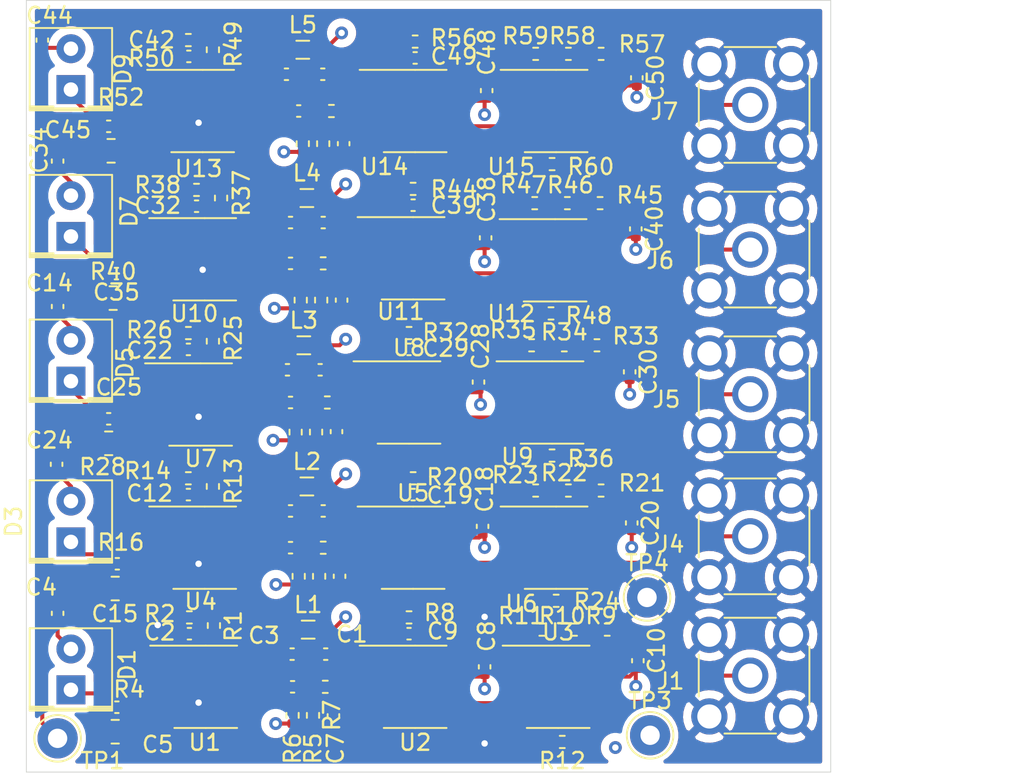
<source format=kicad_pcb>
(kicad_pcb (version 20171130) (host pcbnew "(5.1.10)-1")
  (layers (0 F.Cu signal) (1 In1.Cu signal hide) (2 In2.Cu signal hide) (31 B.Cu signal hide) (34 B.Paste user hide) (35 F.Paste user) (36 B.SilkS user hide) (37 F.SilkS user) (38 B.Mask user hide) (39 F.Mask user) (44 Edge.Cuts user))
  (net 0 "")
  (net 1 VCC)
  (net 2 GND)
  (net 3 "Net-(C2-Pad1)")
  (net 4 "Net-(C3-Pad1)")
  (net 5 "Net-(C12-Pad1)")
  (net 6 "Net-(C13-Pad1)")
  (net 7 "Net-(C7-Pad1)")
  (net 8 "Net-(C9-Pad1)")
  (net 9 "Net-(C6-Pad1)")
  (net 10 PHOTODIODE_POLARIZATION)
  (net 11 "Net-(J1-Pad1)")
  (net 12 "Net-(C5-Pad2)")
  (net 13 "Net-(C5-Pad1)")
  (net 14 "Net-(C9-Pad2)")
  (net 15 "Net-(R10-Pad1)")
  (net 16 "Net-(R10-Pad2)")
  (net 17 "Net-(C15-Pad2)")
  (net 18 "Net-(C15-Pad1)")
  (net 19 "Net-(C16-Pad1)")
  (net 20 "Net-(C17-Pad1)")
  (net 21 "Net-(C19-Pad2)")
  (net 22 "Net-(C19-Pad1)")
  (net 23 "Net-(J4-Pad1)")
  (net 24 "Net-(R21-Pad2)")
  (net 25 "Net-(R22-Pad2)")
  (net 26 "Net-(C22-Pad1)")
  (net 27 "Net-(C23-Pad1)")
  (net 28 "Net-(C25-Pad2)")
  (net 29 "Net-(C25-Pad1)")
  (net 30 "Net-(C26-Pad1)")
  (net 31 "Net-(C27-Pad1)")
  (net 32 "Net-(C29-Pad2)")
  (net 33 "Net-(C29-Pad1)")
  (net 34 "Net-(J5-Pad1)")
  (net 35 "Net-(R33-Pad2)")
  (net 36 "Net-(R34-Pad2)")
  (net 37 "Net-(C32-Pad1)")
  (net 38 "Net-(C33-Pad1)")
  (net 39 "Net-(C35-Pad2)")
  (net 40 "Net-(C35-Pad1)")
  (net 41 "Net-(C36-Pad1)")
  (net 42 "Net-(C37-Pad1)")
  (net 43 "Net-(C39-Pad2)")
  (net 44 "Net-(C39-Pad1)")
  (net 45 "Net-(J6-Pad1)")
  (net 46 "Net-(R45-Pad2)")
  (net 47 "Net-(R46-Pad2)")
  (net 48 "Net-(C42-Pad1)")
  (net 49 "Net-(C43-Pad1)")
  (net 50 "Net-(C45-Pad2)")
  (net 51 "Net-(C45-Pad1)")
  (net 52 "Net-(C46-Pad1)")
  (net 53 "Net-(C47-Pad1)")
  (net 54 "Net-(C49-Pad2)")
  (net 55 "Net-(C49-Pad1)")
  (net 56 "Net-(J7-Pad1)")
  (net 57 "Net-(R57-Pad2)")
  (net 58 "Net-(R58-Pad2)")
  (module Connector_Coaxial:SMA_Molex_73251-2200_Horizontal (layer F.Cu) (at 95 75.5 270)
    (fp_text reference J5 (at 0.319 5.211) (layer F.SilkS))
    (fp_text value Conn_Coaxial)
    (pad 2 thru_hole circle (at -2.54 2.54 270) (size 2.25 2.25) (drill 1.5) (layers *.Cu *.Mask) (net 2 GND))
    (pad 2 thru_hole circle (at -2.54 -2.54 270) (size 2.25 2.25) (drill 1.5) (layers *.Cu *.Mask) (net 2 GND))
    (pad 2 thru_hole circle (at 2.54 -2.54 270) (size 2.25 2.25) (drill 1.5) (layers *.Cu *.Mask) (net 2 GND))
    (pad 2 thru_hole circle (at 2.54 2.54) (size 2.25 2.25) (drill 1.5) (layers *.Cu *.Mask) (net 2 GND))
    (pad 1 thru_hole circle (at 0 0 270) (size 2.25 2.25) (drill 1.5) (layers *.Cu *.Mask) (net 34 "Net-(J5-Pad1)"))
  )
  (module LED_THT:LED_Rectangular_W5.0mm_H5.0mm (layer F.Cu) (at 52.77 56.5465 90)
    (fp_text reference D9 (at 1.27 3.237 90) (layer F.SilkS))
    (fp_text value BPW34)
    (pad 2 thru_hole circle (at 2.54 0 90) (size 1.8 1.8) (drill 0.9) (layers *.Cu *.Mask) (net 10 PHOTODIODE_POLARIZATION))
    (pad 1 thru_hole rect (at 0 0 90) (size 1.8 1.8) (drill 0.9) (layers *.Cu *.Mask) (net 50 "Net-(C45-Pad2)"))
  )
  (module LED_THT:LED_Rectangular_W5.0mm_H5.0mm (layer F.Cu) (at 52.77 65.6825 90)
    (fp_text reference D7 (at 1.5475 3.618 90) (layer F.SilkS))
    (fp_text value BPW34)
    (pad 2 thru_hole circle (at 2.54 0 90) (size 1.8 1.8) (drill 0.9) (layers *.Cu *.Mask) (net 10 PHOTODIODE_POLARIZATION))
    (pad 1 thru_hole rect (at 0 0 90) (size 1.8 1.8) (drill 0.9) (layers *.Cu *.Mask) (net 39 "Net-(C35-Pad2)"))
  )
  (module LED_THT:LED_Rectangular_W5.0mm_H5.0mm (layer F.Cu) (at 52.77 74.6825 90)
    (fp_text reference D5 (at 1.1495 3.364 90) (layer F.SilkS))
    (fp_text value BPW34)
    (pad 2 thru_hole circle (at 2.54 0 90) (size 1.8 1.8) (drill 0.9) (layers *.Cu *.Mask) (net 10 PHOTODIODE_POLARIZATION))
    (pad 1 thru_hole rect (at 0 0 90) (size 1.8 1.8) (drill 0.9) (layers *.Cu *.Mask) (net 28 "Net-(C25-Pad2)"))
  )
  (module LED_THT:LED_Rectangular_W5.0mm_H5.0mm (layer F.Cu) (at 52.77 84.6825 90)
    (fp_text reference D3 (at 1.27 -3.56 90) (layer F.SilkS))
    (fp_text value BPW34)
    (pad 2 thru_hole circle (at 2.54 0 90) (size 1.8 1.8) (drill 0.9) (layers *.Cu *.Mask) (net 10 PHOTODIODE_POLARIZATION))
    (pad 1 thru_hole rect (at 0 0 90) (size 1.8 1.8) (drill 0.9) (layers *.Cu *.Mask) (net 17 "Net-(C15-Pad2)"))
  )
  (module LED_THT:LED_Rectangular_W5.0mm_H5.0mm (layer F.Cu) (at 52.77 93.8825 90)
    (fp_text reference D1 (at 1.5535 3.491 90) (layer F.SilkS))
    (fp_text value BPW34)
    (pad 2 thru_hole circle (at 2.54 0 90) (size 1.8 1.8) (drill 0.9) (layers *.Cu *.Mask) (net 10 PHOTODIODE_POLARIZATION))
    (pad 1 thru_hole rect (at 0 0 90) (size 1.8 1.8) (drill 0.9) (layers *.Cu *.Mask) (net 12 "Net-(C5-Pad2)"))
  )
  (module TestPoint:TestPoint_THTPad_D2.5mm_Drill1.2mm (layer F.Cu) (at 88.5825 88.138)
    (fp_text reference TP4 (at 0 -2.148) (layer F.SilkS))
    (fp_text value TestPoint)
    (pad 1 thru_hole circle (at 0 0) (size 2.5 2.5) (drill 1.2) (layers *.Cu *.Mask) (net 2 GND))
  )
  (module TestPoint:TestPoint_THTPad_D2.5mm_Drill1.2mm (layer F.Cu) (at 88.773 96.7105)
    (fp_text reference TP3 (at 0 -2.148) (layer F.SilkS))
    (fp_text value TestPoint)
    (pad 1 thru_hole circle (at 0 0) (size 2.5 2.5) (drill 1.2) (layers *.Cu *.Mask) (net 1 VCC))
  )
  (module TestPoint:TestPoint_THTPad_D2.5mm_Drill1.2mm (layer F.Cu) (at 51.943 96.901)
    (fp_text reference TP1 (at 2.794 1.397) (layer F.SilkS))
    (fp_text value TestPoint)
    (pad 1 thru_hole circle (at 0 0) (size 2.5 2.5) (drill 1.2) (layers *.Cu *.Mask) (net 10 PHOTODIODE_POLARIZATION))
  )
  (module Capacitor_SMD:C_0402_1005Metric (layer F.Cu) (at 55.118 58.8325 180)
    (fp_text reference C45 (at 2.54 -0.2225) (layer F.SilkS))
    (fp_text value 2p2)
    (pad 2 smd roundrect (at 0.48 0 180) (size 0.56 0.62) (layers F.Cu F.Paste F.Mask) (net 50 "Net-(C45-Pad2)"))
    (pad 1 smd roundrect (at -0.48 0 180) (size 0.56 0.62) (layers F.Cu F.Paste F.Mask) (net 51 "Net-(C45-Pad1)"))
  )
  (module Capacitor_SMD:C_0402_1005Metric (layer F.Cu) (at 55.598 67.9925 180)
    (fp_text reference C35 (at 0 -1.16) (layer F.SilkS))
    (fp_text value 2p2)
    (pad 2 smd roundrect (at 0.48 0 180) (size 0.56 0.62) (layers F.Cu F.Paste F.Mask) (net 39 "Net-(C35-Pad2)"))
    (pad 1 smd roundrect (at -0.48 0 180) (size 0.56 0.62) (layers F.Cu F.Paste F.Mask) (net 40 "Net-(C35-Pad1)"))
  )
  (module Capacitor_SMD:C_0402_1005Metric (layer F.Cu) (at 55.118 77.0255 180)
    (fp_text reference C25 (at -0.635 1.9685) (layer F.SilkS))
    (fp_text value 2p2)
    (pad 2 smd roundrect (at 0.48 0 180) (size 0.56 0.62) (layers F.Cu F.Paste F.Mask) (net 28 "Net-(C25-Pad2)"))
    (pad 1 smd roundrect (at -0.48 0 180) (size 0.56 0.62) (layers F.Cu F.Paste F.Mask) (net 29 "Net-(C25-Pad1)"))
  )
  (module Capacitor_SMD:C_0402_1005Metric (layer F.Cu) (at 55.654 86.0425 180)
    (fp_text reference C15 (at 0.155 -3.1115) (layer F.SilkS))
    (fp_text value 2p2)
    (pad 2 smd roundrect (at 0.48 0 180) (size 0.56 0.62) (layers F.Cu F.Paste F.Mask) (net 17 "Net-(C15-Pad2)"))
    (pad 1 smd roundrect (at -0.48 0 180) (size 0.56 0.62) (layers F.Cu F.Paste F.Mask) (net 18 "Net-(C15-Pad1)"))
  )
  (module Capacitor_SMD:C_0402_1005Metric (layer F.Cu) (at 55.626 94.9645 180)
    (fp_text reference C5 (at -2.54 -2.3175) (layer F.SilkS))
    (fp_text value 2p2)
    (pad 2 smd roundrect (at 0.48 0 180) (size 0.56 0.62) (layers F.Cu F.Paste F.Mask) (net 12 "Net-(C5-Pad2)"))
    (pad 1 smd roundrect (at -0.48 0 180) (size 0.56 0.62) (layers F.Cu F.Paste F.Mask) (net 13 "Net-(C5-Pad1)"))
  )
  (module Package_SO:SOIC-8_3.9x4.9mm_P1.27mm (layer F.Cu) (at 82.931 57.88)
    (fp_text reference U15 (at -2.794 3.461) (layer F.SilkS))
    (fp_text value OPA145ID)
    (pad 8 smd roundrect (at 2.475 -1.905) (size 1.95 0.6) (layers F.Cu F.Paste F.Mask))
    (pad 7 smd roundrect (at 2.475 -0.635) (size 1.95 0.6) (layers F.Cu F.Paste F.Mask) (net 1 VCC))
    (pad 6 smd roundrect (at 2.475 0.635) (size 1.95 0.6) (layers F.Cu F.Paste F.Mask) (net 56 "Net-(J7-Pad1)"))
    (pad 5 smd roundrect (at 2.475 1.905) (size 1.95 0.6) (layers F.Cu F.Paste F.Mask))
    (pad 4 smd roundrect (at -2.475 1.905) (size 1.95 0.6) (layers F.Cu F.Paste F.Mask) (net 2 GND))
    (pad 3 smd roundrect (at -2.475 0.635) (size 1.95 0.6) (layers F.Cu F.Paste F.Mask) (net 55 "Net-(C49-Pad1)"))
    (pad 2 smd roundrect (at -2.475 -0.635) (size 1.95 0.6) (layers F.Cu F.Paste F.Mask) (net 58 "Net-(R58-Pad2)"))
    (pad 1 smd roundrect (at -2.475 -1.905) (size 1.95 0.6) (layers F.Cu F.Paste F.Mask))
  )
  (module Package_SO:SOIC-8_3.9x4.9mm_P1.27mm (layer F.Cu) (at 74.168 57.88)
    (fp_text reference U14 (at -1.905 3.461) (layer F.SilkS))
    (fp_text value OPA145ID)
    (pad 8 smd roundrect (at 2.475 -1.905) (size 1.95 0.6) (layers F.Cu F.Paste F.Mask))
    (pad 7 smd roundrect (at 2.475 -0.635) (size 1.95 0.6) (layers F.Cu F.Paste F.Mask) (net 1 VCC))
    (pad 6 smd roundrect (at 2.475 0.635) (size 1.95 0.6) (layers F.Cu F.Paste F.Mask) (net 55 "Net-(C49-Pad1)"))
    (pad 5 smd roundrect (at 2.475 1.905) (size 1.95 0.6) (layers F.Cu F.Paste F.Mask))
    (pad 4 smd roundrect (at -2.475 1.905) (size 1.95 0.6) (layers F.Cu F.Paste F.Mask) (net 2 GND))
    (pad 3 smd roundrect (at -2.475 0.635) (size 1.95 0.6) (layers F.Cu F.Paste F.Mask) (net 53 "Net-(C47-Pad1)"))
    (pad 2 smd roundrect (at -2.475 -0.635) (size 1.95 0.6) (layers F.Cu F.Paste F.Mask) (net 54 "Net-(C49-Pad2)"))
    (pad 1 smd roundrect (at -2.475 -1.905) (size 1.95 0.6) (layers F.Cu F.Paste F.Mask))
  )
  (module Package_SO:SOIC-8_3.9x4.9mm_P1.27mm (layer F.Cu) (at 60.96 57.88)
    (fp_text reference U13 (at -0.254 3.588) (layer F.SilkS))
    (fp_text value OPA145ID)
    (pad 8 smd roundrect (at 2.475 -1.905) (size 1.95 0.6) (layers F.Cu F.Paste F.Mask))
    (pad 7 smd roundrect (at 2.475 -0.635) (size 1.95 0.6) (layers F.Cu F.Paste F.Mask) (net 49 "Net-(C43-Pad1)"))
    (pad 6 smd roundrect (at 2.475 0.635) (size 1.95 0.6) (layers F.Cu F.Paste F.Mask) (net 51 "Net-(C45-Pad1)"))
    (pad 5 smd roundrect (at 2.475 1.905) (size 1.95 0.6) (layers F.Cu F.Paste F.Mask))
    (pad 4 smd roundrect (at -2.475 1.905) (size 1.95 0.6) (layers F.Cu F.Paste F.Mask) (net 2 GND))
    (pad 3 smd roundrect (at -2.475 0.635) (size 1.95 0.6) (layers F.Cu F.Paste F.Mask) (net 48 "Net-(C42-Pad1)"))
    (pad 2 smd roundrect (at -2.475 -0.635) (size 1.95 0.6) (layers F.Cu F.Paste F.Mask) (net 50 "Net-(C45-Pad2)"))
    (pad 1 smd roundrect (at -2.475 -1.905) (size 1.95 0.6) (layers F.Cu F.Paste F.Mask))
  )
  (module Resistor_SMD:R_0402_1005Metric (layer F.Cu) (at 82.679 61.182 180)
    (fp_text reference R60 (at -2.411 -0.159) (layer F.SilkS))
    (fp_text value "not mounted")
    (pad 2 smd roundrect (at 0.51 0 180) (size 0.54 0.64) (layers F.Cu F.Paste F.Mask) (net 58 "Net-(R58-Pad2)"))
    (pad 1 smd roundrect (at -0.51 0 180) (size 0.54 0.64) (layers F.Cu F.Paste F.Mask) (net 56 "Net-(J7-Pad1)"))
  )
  (module Resistor_SMD:R_0402_1005Metric (layer F.Cu) (at 81.659 54.324 180)
    (fp_text reference R59 (at 0.633 1.111) (layer F.SilkS))
    (fp_text value 10k)
    (pad 2 smd roundrect (at 0.51 0 180) (size 0.54 0.64) (layers F.Cu F.Paste F.Mask) (net 2 GND))
    (pad 1 smd roundrect (at -0.51 0 180) (size 0.54 0.64) (layers F.Cu F.Paste F.Mask) (net 58 "Net-(R58-Pad2)"))
  )
  (module Resistor_SMD:R_0402_1005Metric (layer F.Cu) (at 83.693 54.324 180)
    (fp_text reference R58 (at -0.254 1.111) (layer F.SilkS))
    (fp_text value 0R)
    (pad 2 smd roundrect (at 0.51 0 180) (size 0.54 0.64) (layers F.Cu F.Paste F.Mask) (net 58 "Net-(R58-Pad2)"))
    (pad 1 smd roundrect (at -0.51 0 180) (size 0.54 0.64) (layers F.Cu F.Paste F.Mask) (net 57 "Net-(R57-Pad2)"))
  )
  (module Resistor_SMD:R_0402_1005Metric (layer F.Cu) (at 85.729 54.324 180)
    (fp_text reference R57 (at -2.536 0.603) (layer F.SilkS))
    (fp_text value 10k)
    (pad 2 smd roundrect (at 0.51 0 180) (size 0.54 0.64) (layers F.Cu F.Paste F.Mask) (net 57 "Net-(R57-Pad2)"))
    (pad 1 smd roundrect (at -0.51 0 180) (size 0.54 0.64) (layers F.Cu F.Paste F.Mask) (net 1 VCC))
  )
  (module Resistor_SMD:R_0402_1005Metric (layer F.Cu) (at 74.168 53.562 180)
    (fp_text reference R56 (at -2.413 0.222) (layer F.SilkS))
    (fp_text value 10M)
    (pad 2 smd roundrect (at 0.51 0 180) (size 0.54 0.64) (layers F.Cu F.Paste F.Mask) (net 54 "Net-(C49-Pad2)"))
    (pad 1 smd roundrect (at -0.51 0 180) (size 0.54 0.64) (layers F.Cu F.Paste F.Mask) (net 55 "Net-(C49-Pad1)"))
  )
  (module Resistor_SMD:R_0402_1005Metric (layer F.Cu) (at 68.453 59.912 270)
    (fp_text reference R55 hide)
    (fp_text value 10k)
    (pad 2 smd roundrect (at 0.51 0 270) (size 0.54 0.64) (layers F.Cu F.Paste F.Mask) (net 2 GND))
    (pad 1 smd roundrect (at -0.51 0 270) (size 0.54 0.64) (layers F.Cu F.Paste F.Mask) (net 53 "Net-(C47-Pad1)"))
  )
  (module Resistor_SMD:R_0402_1005Metric (layer F.Cu) (at 67.183 59.912 90)
    (fp_text reference R54 hide)
    (fp_text value 10k)
    (pad 2 smd roundrect (at 0.51 0 90) (size 0.54 0.64) (layers F.Cu F.Paste F.Mask) (net 53 "Net-(C47-Pad1)"))
    (pad 1 smd roundrect (at -0.51 0 90) (size 0.54 0.64) (layers F.Cu F.Paste F.Mask) (net 1 VCC))
  )
  (module Resistor_SMD:R_0402_1005Metric (layer F.Cu) (at 68.963 57.88 180)
    (fp_text reference R53 hide)
    (fp_text value 10k)
    (pad 2 smd roundrect (at 0.51 0 180) (size 0.54 0.64) (layers F.Cu F.Paste F.Mask) (net 52 "Net-(C46-Pad1)"))
    (pad 1 smd roundrect (at -0.51 0 180) (size 0.54 0.64) (layers F.Cu F.Paste F.Mask) (net 54 "Net-(C49-Pad2)"))
  )
  (module Resistor_SMD:R_0805_2012Metric (layer F.Cu) (at 55.2685 60.3565)
    (fp_text reference R52 (at 0.6115 -3.3335) (layer F.SilkS))
    (fp_text value 10G)
    (pad 2 smd roundrect (at 0.9125 0) (size 1.025 1.4) (layers F.Cu F.Paste F.Mask) (roundrect_rratio 0.243902) (net 51 "Net-(C45-Pad1)"))
    (pad 1 smd roundrect (at -0.9125 0) (size 1.025 1.4) (layers F.Cu F.Paste F.Mask) (roundrect_rratio 0.243902) (net 50 "Net-(C45-Pad2)"))
  )
  (module Resistor_SMD:R_0402_1005Metric (layer F.Cu) (at 60.069 53.467 180)
    (fp_text reference R50 (at 2.284 -1.143) (layer F.SilkS))
    (fp_text value 10k)
    (pad 2 smd roundrect (at 0.51 0 180) (size 0.54 0.64) (layers F.Cu F.Paste F.Mask) (net 2 GND))
    (pad 1 smd roundrect (at -0.51 0 180) (size 0.54 0.64) (layers F.Cu F.Paste F.Mask) (net 48 "Net-(C42-Pad1)"))
  )
  (module Resistor_SMD:R_0402_1005Metric (layer F.Cu) (at 61.595 54.07 90)
    (fp_text reference R49 (at 0.349 1.27 90) (layer F.SilkS))
    (fp_text value 10k)
    (pad 2 smd roundrect (at 0.51 0 90) (size 0.54 0.64) (layers F.Cu F.Paste F.Mask) (net 48 "Net-(C42-Pad1)"))
    (pad 1 smd roundrect (at -0.51 0 90) (size 0.54 0.64) (layers F.Cu F.Paste F.Mask) (net 49 "Net-(C43-Pad1)"))
  )
  (module Inductor_SMD:L_0805_2012Metric (layer F.Cu) (at 67.183 54.07)
    (fp_text reference L5 (at 0 -1.55) (layer F.SilkS))
    (fp_text value u68)
    (pad 2 smd roundrect (at 1.0625 0) (size 0.875 1.2) (layers F.Cu F.Paste F.Mask) (net 1 VCC))
    (pad 1 smd roundrect (at -1.0625 0) (size 0.875 1.2) (layers F.Cu F.Paste F.Mask) (net 49 "Net-(C43-Pad1)"))
  )
  (module Connector_Coaxial:SMA_Molex_73251-2200_Horizontal (layer F.Cu) (at 95 57.5 270)
    (fp_text reference J7 (at 0.412 5.338 180) (layer F.SilkS))
    (fp_text value Conn_Coaxial)
    (pad 2 thru_hole circle (at -2.54 2.54 270) (size 2.25 2.25) (drill 1.5) (layers *.Cu *.Mask) (net 2 GND))
    (pad 2 thru_hole circle (at -2.54 -2.54 270) (size 2.25 2.25) (drill 1.5) (layers *.Cu *.Mask) (net 2 GND))
    (pad 2 thru_hole circle (at 2.54 -2.54 270) (size 2.25 2.25) (drill 1.5) (layers *.Cu *.Mask) (net 2 GND))
    (pad 2 thru_hole circle (at 2.54 2.54) (size 2.25 2.25) (drill 1.5) (layers *.Cu *.Mask) (net 2 GND))
    (pad 1 thru_hole circle (at 0 0 270) (size 2.25 2.25) (drill 1.5) (layers *.Cu *.Mask) (net 56 "Net-(J7-Pad1)"))
  )
  (module Capacitor_SMD:C_0402_1005Metric (layer F.Cu) (at 87.9475 55.8165 270)
    (fp_text reference C50 (at 0 -1.16 90) (layer F.SilkS))
    (fp_text value 100n)
    (pad 2 smd roundrect (at 0.48 0 270) (size 0.56 0.62) (layers F.Cu F.Paste F.Mask) (net 1 VCC))
    (pad 1 smd roundrect (at -0.48 0 270) (size 0.56 0.62) (layers F.Cu F.Paste F.Mask) (net 2 GND))
  )
  (module Capacitor_SMD:C_0402_1005Metric (layer F.Cu) (at 74.168 54.578 180)
    (fp_text reference C49 (at -2.413 0.095) (layer F.SilkS))
    (fp_text value 4p7+2p2)
    (pad 2 smd roundrect (at 0.48 0 180) (size 0.56 0.62) (layers F.Cu F.Paste F.Mask) (net 54 "Net-(C49-Pad2)"))
    (pad 1 smd roundrect (at -0.48 0 180) (size 0.56 0.62) (layers F.Cu F.Paste F.Mask) (net 55 "Net-(C49-Pad1)"))
  )
  (module Capacitor_SMD:C_0402_1005Metric (layer F.Cu) (at 78.613 56.61 270)
    (fp_text reference C48 (at -2.381 0 90) (layer F.SilkS))
    (fp_text value 100n)
    (pad 2 smd roundrect (at 0.48 0 270) (size 0.56 0.62) (layers F.Cu F.Paste F.Mask) (net 1 VCC))
    (pad 1 smd roundrect (at -0.48 0 270) (size 0.56 0.62) (layers F.Cu F.Paste F.Mask) (net 2 GND))
  )
  (module Capacitor_SMD:C_0402_1005Metric (layer F.Cu) (at 69.723 59.912 270)
    (fp_text reference C47 hide)
    (fp_text value 100n)
    (pad 2 smd roundrect (at 0.48 0 270) (size 0.56 0.62) (layers F.Cu F.Paste F.Mask) (net 2 GND))
    (pad 1 smd roundrect (at -0.48 0 270) (size 0.56 0.62) (layers F.Cu F.Paste F.Mask) (net 53 "Net-(C47-Pad1)"))
  )
  (module Capacitor_SMD:C_0402_1005Metric (layer F.Cu) (at 66.929 57.88 180)
    (fp_text reference C46 hide)
    (fp_text value 1n)
    (pad 2 smd roundrect (at 0.48 0 180) (size 0.56 0.62) (layers F.Cu F.Paste F.Mask) (net 51 "Net-(C45-Pad1)"))
    (pad 1 smd roundrect (at -0.48 0 180) (size 0.56 0.62) (layers F.Cu F.Paste F.Mask) (net 52 "Net-(C46-Pad1)"))
  )
  (module Capacitor_SMD:C_0402_1005Metric (layer F.Cu) (at 50.9905 53.4705 270)
    (fp_text reference C44 (at -1.5275 -0.4445 180) (layer F.SilkS))
    (fp_text value 100n)
    (pad 2 smd roundrect (at 0.48 0 270) (size 0.56 0.62) (layers F.Cu F.Paste F.Mask) (net 10 PHOTODIODE_POLARIZATION))
    (pad 1 smd roundrect (at -0.48 0 270) (size 0.56 0.62) (layers F.Cu F.Paste F.Mask) (net 2 GND))
  )
  (module Capacitor_SMD:C_0402_1005Metric (layer F.Cu) (at 66.167 55.594)
    (fp_text reference C43 hide)
    (fp_text value 100n)
    (pad 2 smd roundrect (at 0.48 0) (size 0.56 0.62) (layers F.Cu F.Paste F.Mask) (net 2 GND))
    (pad 1 smd roundrect (at -0.48 0) (size 0.56 0.62) (layers F.Cu F.Paste F.Mask) (net 49 "Net-(C43-Pad1)"))
  )
  (module Capacitor_SMD:C_0402_1005Metric (layer F.Cu) (at 60.099 54.483 180)
    (fp_text reference C42 (at 2.314 1.016) (layer F.SilkS))
    (fp_text value 100n)
    (pad 2 smd roundrect (at 0.48 0 180) (size 0.56 0.62) (layers F.Cu F.Paste F.Mask) (net 2 GND))
    (pad 1 smd roundrect (at -0.48 0 180) (size 0.56 0.62) (layers F.Cu F.Paste F.Mask) (net 48 "Net-(C42-Pad1)"))
  )
  (module Capacitor_SMD:C_0402_1005Metric (layer F.Cu) (at 68.425 55.594)
    (fp_text reference C41 hide)
    (fp_text value 100n)
    (pad 2 smd roundrect (at 0.48 0) (size 0.56 0.62) (layers F.Cu F.Paste F.Mask) (net 2 GND))
    (pad 1 smd roundrect (at -0.48 0) (size 0.56 0.62) (layers F.Cu F.Paste F.Mask) (net 1 VCC))
  )
  (module Package_SO:SOIC-8_3.9x4.9mm_P1.27mm (layer F.Cu) (at 82.8675 67.167)
    (fp_text reference U12 (at -2.7305 3.318) (layer F.SilkS))
    (fp_text value OPA145ID)
    (pad 8 smd roundrect (at 2.475 -1.905) (size 1.95 0.6) (layers F.Cu F.Paste F.Mask))
    (pad 7 smd roundrect (at 2.475 -0.635) (size 1.95 0.6) (layers F.Cu F.Paste F.Mask) (net 1 VCC))
    (pad 6 smd roundrect (at 2.475 0.635) (size 1.95 0.6) (layers F.Cu F.Paste F.Mask) (net 45 "Net-(J6-Pad1)"))
    (pad 5 smd roundrect (at 2.475 1.905) (size 1.95 0.6) (layers F.Cu F.Paste F.Mask))
    (pad 4 smd roundrect (at -2.475 1.905) (size 1.95 0.6) (layers F.Cu F.Paste F.Mask) (net 2 GND))
    (pad 3 smd roundrect (at -2.475 0.635) (size 1.95 0.6) (layers F.Cu F.Paste F.Mask) (net 44 "Net-(C39-Pad1)"))
    (pad 2 smd roundrect (at -2.475 -0.635) (size 1.95 0.6) (layers F.Cu F.Paste F.Mask) (net 47 "Net-(R46-Pad2)"))
    (pad 1 smd roundrect (at -2.475 -1.905) (size 1.95 0.6) (layers F.Cu F.Paste F.Mask))
  )
  (module Package_SO:SOIC-8_3.9x4.9mm_P1.27mm (layer F.Cu) (at 74.041 67.04)
    (fp_text reference U11 (at -0.762 3.318) (layer F.SilkS))
    (fp_text value OPA145ID)
    (pad 8 smd roundrect (at 2.475 -1.905) (size 1.95 0.6) (layers F.Cu F.Paste F.Mask))
    (pad 7 smd roundrect (at 2.475 -0.635) (size 1.95 0.6) (layers F.Cu F.Paste F.Mask) (net 1 VCC))
    (pad 6 smd roundrect (at 2.475 0.635) (size 1.95 0.6) (layers F.Cu F.Paste F.Mask) (net 44 "Net-(C39-Pad1)"))
    (pad 5 smd roundrect (at 2.475 1.905) (size 1.95 0.6) (layers F.Cu F.Paste F.Mask))
    (pad 4 smd roundrect (at -2.475 1.905) (size 1.95 0.6) (layers F.Cu F.Paste F.Mask) (net 2 GND))
    (pad 3 smd roundrect (at -2.475 0.635) (size 1.95 0.6) (layers F.Cu F.Paste F.Mask) (net 42 "Net-(C37-Pad1)"))
    (pad 2 smd roundrect (at -2.475 -0.635) (size 1.95 0.6) (layers F.Cu F.Paste F.Mask) (net 43 "Net-(C39-Pad2)"))
    (pad 1 smd roundrect (at -2.475 -1.905) (size 1.95 0.6) (layers F.Cu F.Paste F.Mask))
  )
  (module Package_SO:SOIC-8_3.9x4.9mm_P1.27mm (layer F.Cu) (at 61.087 67.1035)
    (fp_text reference U10 (at -0.635 3.3815) (layer F.SilkS))
    (fp_text value OPA145ID)
    (pad 8 smd roundrect (at 2.475 -1.905) (size 1.95 0.6) (layers F.Cu F.Paste F.Mask))
    (pad 7 smd roundrect (at 2.475 -0.635) (size 1.95 0.6) (layers F.Cu F.Paste F.Mask) (net 38 "Net-(C33-Pad1)"))
    (pad 6 smd roundrect (at 2.475 0.635) (size 1.95 0.6) (layers F.Cu F.Paste F.Mask) (net 40 "Net-(C35-Pad1)"))
    (pad 5 smd roundrect (at 2.475 1.905) (size 1.95 0.6) (layers F.Cu F.Paste F.Mask))
    (pad 4 smd roundrect (at -2.475 1.905) (size 1.95 0.6) (layers F.Cu F.Paste F.Mask) (net 2 GND))
    (pad 3 smd roundrect (at -2.475 0.635) (size 1.95 0.6) (layers F.Cu F.Paste F.Mask) (net 37 "Net-(C32-Pad1)"))
    (pad 2 smd roundrect (at -2.475 -0.635) (size 1.95 0.6) (layers F.Cu F.Paste F.Mask) (net 39 "Net-(C35-Pad2)"))
    (pad 1 smd roundrect (at -2.475 -1.905) (size 1.95 0.6) (layers F.Cu F.Paste F.Mask))
  )
  (module Resistor_SMD:R_0402_1005Metric (layer F.Cu) (at 82.6135 70.469 180)
    (fp_text reference R48 (at -2.3495 -0.143) (layer F.SilkS))
    (fp_text value "not mounted")
    (pad 2 smd roundrect (at 0.51 0 180) (size 0.54 0.64) (layers F.Cu F.Paste F.Mask) (net 47 "Net-(R46-Pad2)"))
    (pad 1 smd roundrect (at -0.51 0 180) (size 0.54 0.64) (layers F.Cu F.Paste F.Mask) (net 45 "Net-(J6-Pad1)"))
  )
  (module Resistor_SMD:R_0402_1005Metric (layer F.Cu) (at 81.5995 63.611 180)
    (fp_text reference R47 (at 0.7005 1.127) (layer F.SilkS))
    (fp_text value 10k)
    (pad 2 smd roundrect (at 0.51 0 180) (size 0.54 0.64) (layers F.Cu F.Paste F.Mask) (net 2 GND))
    (pad 1 smd roundrect (at -0.51 0 180) (size 0.54 0.64) (layers F.Cu F.Paste F.Mask) (net 47 "Net-(R46-Pad2)"))
  )
  (module Resistor_SMD:R_0402_1005Metric (layer F.Cu) (at 83.6295 63.611 180)
    (fp_text reference R46 (at -0.1905 1.127) (layer F.SilkS))
    (fp_text value 0R)
    (pad 2 smd roundrect (at 0.51 0 180) (size 0.54 0.64) (layers F.Cu F.Paste F.Mask) (net 47 "Net-(R46-Pad2)"))
    (pad 1 smd roundrect (at -0.51 0 180) (size 0.54 0.64) (layers F.Cu F.Paste F.Mask) (net 46 "Net-(R45-Pad2)"))
  )
  (module Resistor_SMD:R_0402_1005Metric (layer F.Cu) (at 85.6635 63.611 180)
    (fp_text reference R45 (at -2.4745 0.492) (layer F.SilkS))
    (fp_text value 10k)
    (pad 2 smd roundrect (at 0.51 0 180) (size 0.54 0.64) (layers F.Cu F.Paste F.Mask) (net 46 "Net-(R45-Pad2)"))
    (pad 1 smd roundrect (at -0.51 0 180) (size 0.54 0.64) (layers F.Cu F.Paste F.Mask) (net 1 VCC))
  )
  (module Resistor_SMD:R_0402_1005Metric (layer F.Cu) (at 74.041 62.722 180)
    (fp_text reference R44 (at -2.54 -0.016) (layer F.SilkS))
    (fp_text value 10M)
    (pad 2 smd roundrect (at 0.51 0 180) (size 0.54 0.64) (layers F.Cu F.Paste F.Mask) (net 43 "Net-(C39-Pad2)"))
    (pad 1 smd roundrect (at -0.51 0 180) (size 0.54 0.64) (layers F.Cu F.Paste F.Mask) (net 44 "Net-(C39-Pad1)"))
  )
  (module Resistor_SMD:R_0402_1005Metric (layer F.Cu) (at 68.326 69.6415 270)
    (fp_text reference R43 hide)
    (fp_text value 10k)
    (pad 2 smd roundrect (at 0.51 0 270) (size 0.54 0.64) (layers F.Cu F.Paste F.Mask) (net 2 GND))
    (pad 1 smd roundrect (at -0.51 0 270) (size 0.54 0.64) (layers F.Cu F.Paste F.Mask) (net 42 "Net-(C37-Pad1)"))
  )
  (module Resistor_SMD:R_0402_1005Metric (layer F.Cu) (at 67.056 69.6435 90)
    (fp_text reference R42 hide)
    (fp_text value 10k)
    (pad 2 smd roundrect (at 0.51 0 90) (size 0.54 0.64) (layers F.Cu F.Paste F.Mask) (net 42 "Net-(C37-Pad1)"))
    (pad 1 smd roundrect (at -0.51 0 90) (size 0.54 0.64) (layers F.Cu F.Paste F.Mask) (net 1 VCC))
  )
  (module Resistor_SMD:R_0402_1005Metric (layer F.Cu) (at 68.451 67.3575 180)
    (fp_text reference R41 hide)
    (fp_text value 10k)
    (pad 2 smd roundrect (at 0.51 0 180) (size 0.54 0.64) (layers F.Cu F.Paste F.Mask) (net 41 "Net-(C36-Pad1)"))
    (pad 1 smd roundrect (at -0.51 0 180) (size 0.54 0.64) (layers F.Cu F.Paste F.Mask) (net 43 "Net-(C39-Pad2)"))
  )
  (module Resistor_SMD:R_0805_2012Metric (layer F.Cu) (at 55.3955 69.5165)
    (fp_text reference R40 (at 0 -1.65) (layer F.SilkS))
    (fp_text value 10G)
    (pad 2 smd roundrect (at 0.9125 0) (size 1.025 1.4) (layers F.Cu F.Paste F.Mask) (roundrect_rratio 0.243902) (net 40 "Net-(C35-Pad1)"))
    (pad 1 smd roundrect (at -0.9125 0) (size 1.025 1.4) (layers F.Cu F.Paste F.Mask) (roundrect_rratio 0.243902) (net 39 "Net-(C35-Pad2)"))
  )
  (module Resistor_SMD:R_0402_1005Metric (layer F.Cu) (at 60.577 62.7855 180)
    (fp_text reference R38 (at 2.411 0.3015) (layer F.SilkS))
    (fp_text value 10k)
    (pad 2 smd roundrect (at 0.51 0 180) (size 0.54 0.64) (layers F.Cu F.Paste F.Mask) (net 2 GND))
    (pad 1 smd roundrect (at -0.51 0 180) (size 0.54 0.64) (layers F.Cu F.Paste F.Mask) (net 37 "Net-(C32-Pad1)"))
  )
  (module Resistor_SMD:R_0402_1005Metric (layer F.Cu) (at 62.103 63.2935 90)
    (fp_text reference R37 (at 0.3015 1.27 90) (layer F.SilkS))
    (fp_text value 10k)
    (pad 2 smd roundrect (at 0.51 0 90) (size 0.54 0.64) (layers F.Cu F.Paste F.Mask) (net 37 "Net-(C32-Pad1)"))
    (pad 1 smd roundrect (at -0.51 0 90) (size 0.54 0.64) (layers F.Cu F.Paste F.Mask) (net 38 "Net-(C33-Pad1)"))
  )
  (module Inductor_SMD:L_0805_2012Metric (layer F.Cu) (at 67.437 63.2935)
    (fp_text reference L4 (at 0 -1.55) (layer F.SilkS))
    (fp_text value u68)
    (pad 2 smd roundrect (at 1.0625 0) (size 0.875 1.2) (layers F.Cu F.Paste F.Mask) (net 1 VCC))
    (pad 1 smd roundrect (at -1.0625 0) (size 0.875 1.2) (layers F.Cu F.Paste F.Mask) (net 38 "Net-(C33-Pad1)"))
  )
  (module Connector_Coaxial:SMA_Molex_73251-2200_Horizontal (layer F.Cu) (at 94.996 66.5 270)
    (fp_text reference J6 (at 0.683 5.588) (layer F.SilkS))
    (fp_text value Conn_Coaxial)
    (pad 2 thru_hole circle (at -2.54 2.54 270) (size 2.25 2.25) (drill 1.5) (layers *.Cu *.Mask) (net 2 GND))
    (pad 2 thru_hole circle (at -2.54 -2.54 270) (size 2.25 2.25) (drill 1.5) (layers *.Cu *.Mask) (net 2 GND))
    (pad 2 thru_hole circle (at 2.54 -2.54 270) (size 2.25 2.25) (drill 1.5) (layers *.Cu *.Mask) (net 2 GND))
    (pad 2 thru_hole circle (at 2.54 2.54) (size 2.25 2.25) (drill 1.5) (layers *.Cu *.Mask) (net 2 GND))
    (pad 1 thru_hole circle (at 0 0 270) (size 2.25 2.25) (drill 1.5) (layers *.Cu *.Mask) (net 45 "Net-(J6-Pad1)"))
  )
  (module Capacitor_SMD:C_0402_1005Metric (layer F.Cu) (at 87.884 65.2145 270)
    (fp_text reference C40 (at 0 -1.16 90) (layer F.SilkS))
    (fp_text value 100n)
    (pad 2 smd roundrect (at 0.48 0 270) (size 0.56 0.62) (layers F.Cu F.Paste F.Mask) (net 1 VCC))
    (pad 1 smd roundrect (at -0.48 0 270) (size 0.56 0.62) (layers F.Cu F.Paste F.Mask) (net 2 GND))
  )
  (module Capacitor_SMD:C_0402_1005Metric (layer F.Cu) (at 74.041 63.738 180)
    (fp_text reference C39 (at -2.54 -0.016) (layer F.SilkS))
    (fp_text value 4p7+2p2)
    (pad 2 smd roundrect (at 0.48 0 180) (size 0.56 0.62) (layers F.Cu F.Paste F.Mask) (net 43 "Net-(C39-Pad2)"))
    (pad 1 smd roundrect (at -0.48 0 180) (size 0.56 0.62) (layers F.Cu F.Paste F.Mask) (net 44 "Net-(C39-Pad1)"))
  )
  (module Capacitor_SMD:C_0402_1005Metric (layer F.Cu) (at 78.5495 65.77 270)
    (fp_text reference C38 (at -2.397 -0.0635 90) (layer F.SilkS))
    (fp_text value 100n)
    (pad 2 smd roundrect (at 0.48 0 270) (size 0.56 0.62) (layers F.Cu F.Paste F.Mask) (net 1 VCC))
    (pad 1 smd roundrect (at -0.48 0 270) (size 0.56 0.62) (layers F.Cu F.Paste F.Mask) (net 2 GND))
  )
  (module Capacitor_SMD:C_0402_1005Metric (layer F.Cu) (at 69.596 69.6435 270)
    (fp_text reference C37 hide)
    (fp_text value 100n)
    (pad 2 smd roundrect (at 0.48 0 270) (size 0.56 0.62) (layers F.Cu F.Paste F.Mask) (net 2 GND))
    (pad 1 smd roundrect (at -0.48 0 270) (size 0.56 0.62) (layers F.Cu F.Paste F.Mask) (net 42 "Net-(C37-Pad1)"))
  )
  (module Capacitor_SMD:C_0402_1005Metric (layer F.Cu) (at 66.421 67.3575 180)
    (fp_text reference C36 hide)
    (fp_text value 1n)
    (pad 2 smd roundrect (at 0.48 0 180) (size 0.56 0.62) (layers F.Cu F.Paste F.Mask) (net 40 "Net-(C35-Pad1)"))
    (pad 1 smd roundrect (at -0.48 0 180) (size 0.56 0.62) (layers F.Cu F.Paste F.Mask) (net 41 "Net-(C36-Pad1)"))
  )
  (module Capacitor_SMD:C_0402_1005Metric (layer F.Cu) (at 51.943 60.9955 270)
    (fp_text reference C34 (at -0.6705 1.143 270) (layer F.SilkS))
    (fp_text value 100n)
    (pad 2 smd roundrect (at 0.48 0 270) (size 0.56 0.62) (layers F.Cu F.Paste F.Mask) (net 10 PHOTODIODE_POLARIZATION))
    (pad 1 smd roundrect (at -0.48 0 270) (size 0.56 0.62) (layers F.Cu F.Paste F.Mask) (net 2 GND))
  )
  (module Capacitor_SMD:C_0402_1005Metric (layer F.Cu) (at 66.421 64.8175)
    (fp_text reference C33 hide)
    (fp_text value 100n)
    (pad 2 smd roundrect (at 0.48 0) (size 0.56 0.62) (layers F.Cu F.Paste F.Mask) (net 2 GND))
    (pad 1 smd roundrect (at -0.48 0) (size 0.56 0.62) (layers F.Cu F.Paste F.Mask) (net 38 "Net-(C33-Pad1)"))
  )
  (module Capacitor_SMD:C_0402_1005Metric (layer F.Cu) (at 60.579 63.8015 180)
    (fp_text reference C32 (at 2.413 0.0475) (layer F.SilkS))
    (fp_text value 100n)
    (pad 2 smd roundrect (at 0.48 0 180) (size 0.56 0.62) (layers F.Cu F.Paste F.Mask) (net 2 GND))
    (pad 1 smd roundrect (at -0.48 0 180) (size 0.56 0.62) (layers F.Cu F.Paste F.Mask) (net 37 "Net-(C32-Pad1)"))
  )
  (module Capacitor_SMD:C_0402_1005Metric (layer F.Cu) (at 68.453 64.8175)
    (fp_text reference C31 hide)
    (fp_text value 100n)
    (pad 2 smd roundrect (at 0.48 0) (size 0.56 0.62) (layers F.Cu F.Paste F.Mask) (net 2 GND))
    (pad 1 smd roundrect (at -0.48 0) (size 0.56 0.62) (layers F.Cu F.Paste F.Mask) (net 1 VCC))
  )
  (module Package_SO:SOIC-8_3.9x4.9mm_P1.27mm (layer F.Cu) (at 82.677 76.0095)
    (fp_text reference U9 (at -2.159 3.3655) (layer F.SilkS))
    (fp_text value OPA145ID)
    (pad 8 smd roundrect (at 2.475 -1.905) (size 1.95 0.6) (layers F.Cu F.Paste F.Mask))
    (pad 7 smd roundrect (at 2.475 -0.635) (size 1.95 0.6) (layers F.Cu F.Paste F.Mask) (net 1 VCC))
    (pad 6 smd roundrect (at 2.475 0.635) (size 1.95 0.6) (layers F.Cu F.Paste F.Mask) (net 34 "Net-(J5-Pad1)"))
    (pad 5 smd roundrect (at 2.475 1.905) (size 1.95 0.6) (layers F.Cu F.Paste F.Mask))
    (pad 4 smd roundrect (at -2.475 1.905) (size 1.95 0.6) (layers F.Cu F.Paste F.Mask) (net 2 GND))
    (pad 3 smd roundrect (at -2.475 0.635) (size 1.95 0.6) (layers F.Cu F.Paste F.Mask) (net 33 "Net-(C29-Pad1)"))
    (pad 2 smd roundrect (at -2.475 -0.635) (size 1.95 0.6) (layers F.Cu F.Paste F.Mask) (net 36 "Net-(R34-Pad2)"))
    (pad 1 smd roundrect (at -2.475 -1.905) (size 1.95 0.6) (layers F.Cu F.Paste F.Mask))
  )
  (module Package_SO:SOIC-8_3.9x4.9mm_P1.27mm (layer F.Cu) (at 73.787 76.0095)
    (fp_text reference U8 (at 0 -3.4) (layer F.SilkS))
    (fp_text value OPA145ID)
    (pad 8 smd roundrect (at 2.475 -1.905) (size 1.95 0.6) (layers F.Cu F.Paste F.Mask))
    (pad 7 smd roundrect (at 2.475 -0.635) (size 1.95 0.6) (layers F.Cu F.Paste F.Mask) (net 1 VCC))
    (pad 6 smd roundrect (at 2.475 0.635) (size 1.95 0.6) (layers F.Cu F.Paste F.Mask) (net 33 "Net-(C29-Pad1)"))
    (pad 5 smd roundrect (at 2.475 1.905) (size 1.95 0.6) (layers F.Cu F.Paste F.Mask))
    (pad 4 smd roundrect (at -2.475 1.905) (size 1.95 0.6) (layers F.Cu F.Paste F.Mask) (net 2 GND))
    (pad 3 smd roundrect (at -2.475 0.635) (size 1.95 0.6) (layers F.Cu F.Paste F.Mask) (net 31 "Net-(C27-Pad1)"))
    (pad 2 smd roundrect (at -2.475 -0.635) (size 1.95 0.6) (layers F.Cu F.Paste F.Mask) (net 32 "Net-(C29-Pad2)"))
    (pad 1 smd roundrect (at -2.475 -1.905) (size 1.95 0.6) (layers F.Cu F.Paste F.Mask))
  )
  (module Package_SO:SOIC-8_3.9x4.9mm_P1.27mm (layer F.Cu) (at 60.833 76.1365)
    (fp_text reference U7 (at 0 3.3655) (layer F.SilkS))
    (fp_text value OPA145ID)
    (pad 8 smd roundrect (at 2.475 -1.905) (size 1.95 0.6) (layers F.Cu F.Paste F.Mask))
    (pad 7 smd roundrect (at 2.475 -0.635) (size 1.95 0.6) (layers F.Cu F.Paste F.Mask) (net 27 "Net-(C23-Pad1)"))
    (pad 6 smd roundrect (at 2.475 0.635) (size 1.95 0.6) (layers F.Cu F.Paste F.Mask) (net 29 "Net-(C25-Pad1)"))
    (pad 5 smd roundrect (at 2.475 1.905) (size 1.95 0.6) (layers F.Cu F.Paste F.Mask))
    (pad 4 smd roundrect (at -2.475 1.905) (size 1.95 0.6) (layers F.Cu F.Paste F.Mask) (net 2 GND))
    (pad 3 smd roundrect (at -2.475 0.635) (size 1.95 0.6) (layers F.Cu F.Paste F.Mask) (net 26 "Net-(C22-Pad1)"))
    (pad 2 smd roundrect (at -2.475 -0.635) (size 1.95 0.6) (layers F.Cu F.Paste F.Mask) (net 28 "Net-(C25-Pad2)"))
    (pad 1 smd roundrect (at -2.475 -1.905) (size 1.95 0.6) (layers F.Cu F.Paste F.Mask))
  )
  (module Resistor_SMD:R_0402_1005Metric (layer F.Cu) (at 82.677 79.3115 180)
    (fp_text reference R36 (at -2.413 -0.1905) (layer F.SilkS))
    (fp_text value "not mounted")
    (pad 2 smd roundrect (at 0.51 0 180) (size 0.54 0.64) (layers F.Cu F.Paste F.Mask) (net 36 "Net-(R34-Pad2)"))
    (pad 1 smd roundrect (at -0.51 0 180) (size 0.54 0.64) (layers F.Cu F.Paste F.Mask) (net 34 "Net-(J5-Pad1)"))
  )
  (module Resistor_SMD:R_0402_1005Metric (layer F.Cu) (at 81.407 72.4535 180)
    (fp_text reference R35 (at 1.143 0.9525) (layer F.SilkS))
    (fp_text value 10k)
    (pad 2 smd roundrect (at 0.51 0 180) (size 0.54 0.64) (layers F.Cu F.Paste F.Mask) (net 2 GND))
    (pad 1 smd roundrect (at -0.51 0 180) (size 0.54 0.64) (layers F.Cu F.Paste F.Mask) (net 36 "Net-(R34-Pad2)"))
  )
  (module Resistor_SMD:R_0402_1005Metric (layer F.Cu) (at 83.439 72.4535 180)
    (fp_text reference R34 (at 0 0.8255) (layer F.SilkS))
    (fp_text value 0R)
    (pad 2 smd roundrect (at 0.51 0 180) (size 0.54 0.64) (layers F.Cu F.Paste F.Mask) (net 36 "Net-(R34-Pad2)"))
    (pad 1 smd roundrect (at -0.51 0 180) (size 0.54 0.64) (layers F.Cu F.Paste F.Mask) (net 35 "Net-(R33-Pad2)"))
  )
  (module Resistor_SMD:R_0402_1005Metric (layer F.Cu) (at 85.469 72.4535 180)
    (fp_text reference R33 (at -2.415 0.5715) (layer F.SilkS))
    (fp_text value 10k)
    (pad 2 smd roundrect (at 0.51 0 180) (size 0.54 0.64) (layers F.Cu F.Paste F.Mask) (net 35 "Net-(R33-Pad2)"))
    (pad 1 smd roundrect (at -0.51 0 180) (size 0.54 0.64) (layers F.Cu F.Paste F.Mask) (net 1 VCC))
  )
  (module Resistor_SMD:R_0402_1005Metric (layer F.Cu) (at 73.789 71.6915 180)
    (fp_text reference R32 (at -2.284 0.0635) (layer F.SilkS))
    (fp_text value 10M)
    (pad 2 smd roundrect (at 0.51 0 180) (size 0.54 0.64) (layers F.Cu F.Paste F.Mask) (net 32 "Net-(C29-Pad2)"))
    (pad 1 smd roundrect (at -0.51 0 180) (size 0.54 0.64) (layers F.Cu F.Paste F.Mask) (net 33 "Net-(C29-Pad1)"))
  )
  (module Resistor_SMD:R_0402_1005Metric (layer F.Cu) (at 68.0085 77.849 270)
    (fp_text reference R31 hide)
    (fp_text value 10k)
    (pad 2 smd roundrect (at 0.51 0 270) (size 0.54 0.64) (layers F.Cu F.Paste F.Mask) (net 2 GND))
    (pad 1 smd roundrect (at -0.51 0 270) (size 0.54 0.64) (layers F.Cu F.Paste F.Mask) (net 31 "Net-(C27-Pad1)"))
  )
  (module Resistor_SMD:R_0402_1005Metric (layer F.Cu) (at 66.7385 77.853 90)
    (fp_text reference R30 hide)
    (fp_text value 10k)
    (pad 2 smd roundrect (at 0.51 0 90) (size 0.54 0.64) (layers F.Cu F.Paste F.Mask) (net 31 "Net-(C27-Pad1)"))
    (pad 1 smd roundrect (at -0.51 0 90) (size 0.54 0.64) (layers F.Cu F.Paste F.Mask) (net 1 VCC))
  )
  (module Resistor_SMD:R_0402_1005Metric (layer F.Cu) (at 68.707 76.0095 180)
    (fp_text reference R29 hide)
    (fp_text value 10k)
    (pad 2 smd roundrect (at 0.51 0 180) (size 0.54 0.64) (layers F.Cu F.Paste F.Mask) (net 30 "Net-(C26-Pad1)"))
    (pad 1 smd roundrect (at -0.51 0 180) (size 0.54 0.64) (layers F.Cu F.Paste F.Mask) (net 32 "Net-(C29-Pad2)"))
  )
  (module Resistor_SMD:R_0805_2012Metric (layer F.Cu) (at 55.118 78.5495)
    (fp_text reference R28 (at -0.381 1.4605) (layer F.SilkS))
    (fp_text value 10G)
    (pad 2 smd roundrect (at 0.9125 0) (size 1.025 1.4) (layers F.Cu F.Paste F.Mask) (roundrect_rratio 0.243902) (net 29 "Net-(C25-Pad1)"))
    (pad 1 smd roundrect (at -0.9125 0) (size 1.025 1.4) (layers F.Cu F.Paste F.Mask) (roundrect_rratio 0.243902) (net 28 "Net-(C25-Pad2)"))
  )
  (module Resistor_SMD:R_0402_1005Metric (layer F.Cu) (at 60.071 71.6915 180)
    (fp_text reference R26 (at 2.413 0.1905) (layer F.SilkS))
    (fp_text value 10k)
    (pad 2 smd roundrect (at 0.51 0 180) (size 0.54 0.64) (layers F.Cu F.Paste F.Mask) (net 2 GND))
    (pad 1 smd roundrect (at -0.51 0 180) (size 0.54 0.64) (layers F.Cu F.Paste F.Mask) (net 26 "Net-(C22-Pad1)"))
  )
  (module Resistor_SMD:R_0402_1005Metric (layer F.Cu) (at 61.595 72.1995 90)
    (fp_text reference R25 (at 0.1905 1.27 90) (layer F.SilkS))
    (fp_text value 10k)
    (pad 2 smd roundrect (at 0.51 0 90) (size 0.54 0.64) (layers F.Cu F.Paste F.Mask) (net 26 "Net-(C22-Pad1)"))
    (pad 1 smd roundrect (at -0.51 0 90) (size 0.54 0.64) (layers F.Cu F.Paste F.Mask) (net 27 "Net-(C23-Pad1)"))
  )
  (module Inductor_SMD:L_0805_2012Metric (layer F.Cu) (at 67.2465 72.4535)
    (fp_text reference L3 (at 0 -1.55) (layer F.SilkS))
    (fp_text value u68)
    (pad 2 smd roundrect (at 1.0625 0) (size 0.875 1.2) (layers F.Cu F.Paste F.Mask) (net 1 VCC))
    (pad 1 smd roundrect (at -1.0625 0) (size 0.875 1.2) (layers F.Cu F.Paste F.Mask) (net 27 "Net-(C23-Pad1)"))
  )
  (module Capacitor_SMD:C_0402_1005Metric (layer F.Cu) (at 87.503 74.1045 270)
    (fp_text reference C30 (at 0 -1.16 90) (layer F.SilkS))
    (fp_text value 100n)
    (pad 2 smd roundrect (at 0.48 0 270) (size 0.56 0.62) (layers F.Cu F.Paste F.Mask) (net 1 VCC))
    (pad 1 smd roundrect (at -0.48 0 270) (size 0.56 0.62) (layers F.Cu F.Paste F.Mask) (net 2 GND))
  )
  (module Capacitor_SMD:C_0402_1005Metric (layer F.Cu) (at 73.787 72.7075 180)
    (fp_text reference C29 (at -2.286 0.0635) (layer F.SilkS))
    (fp_text value 4p7+2p2)
    (pad 2 smd roundrect (at 0.48 0 180) (size 0.56 0.62) (layers F.Cu F.Paste F.Mask) (net 32 "Net-(C29-Pad2)"))
    (pad 1 smd roundrect (at -0.48 0 180) (size 0.56 0.62) (layers F.Cu F.Paste F.Mask) (net 33 "Net-(C29-Pad1)"))
  )
  (module Capacitor_SMD:C_0402_1005Metric (layer F.Cu) (at 78.105 74.7395 270)
    (fp_text reference C28 (at -2.2225 -0.127 90) (layer F.SilkS))
    (fp_text value 100n)
    (pad 2 smd roundrect (at 0.48 0 270) (size 0.56 0.62) (layers F.Cu F.Paste F.Mask) (net 1 VCC))
    (pad 1 smd roundrect (at -0.48 0 270) (size 0.56 0.62) (layers F.Cu F.Paste F.Mask) (net 2 GND))
  )
  (module Capacitor_SMD:C_0402_1005Metric (layer F.Cu) (at 69.2785 77.823 270)
    (fp_text reference C27 hide)
    (fp_text value 100n)
    (pad 2 smd roundrect (at 0.48 0 270) (size 0.56 0.62) (layers F.Cu F.Paste F.Mask) (net 2 GND))
    (pad 1 smd roundrect (at -0.48 0 270) (size 0.56 0.62) (layers F.Cu F.Paste F.Mask) (net 31 "Net-(C27-Pad1)"))
  )
  (module Capacitor_SMD:C_0402_1005Metric (layer F.Cu) (at 66.421 76.0095 180)
    (fp_text reference C26 hide)
    (fp_text value 1n)
    (pad 2 smd roundrect (at 0.48 0 180) (size 0.56 0.62) (layers F.Cu F.Paste F.Mask) (net 29 "Net-(C25-Pad1)"))
    (pad 1 smd roundrect (at -0.48 0 180) (size 0.56 0.62) (layers F.Cu F.Paste F.Mask) (net 30 "Net-(C26-Pad1)"))
  )
  (module Capacitor_SMD:C_0402_1005Metric (layer F.Cu) (at 51.8795 79.855 270)
    (fp_text reference C24 (at -1.496 0.4445 180) (layer F.SilkS))
    (fp_text value 100n)
    (pad 2 smd roundrect (at 0.48 0 270) (size 0.56 0.62) (layers F.Cu F.Paste F.Mask) (net 10 PHOTODIODE_POLARIZATION))
    (pad 1 smd roundrect (at -0.48 0 270) (size 0.56 0.62) (layers F.Cu F.Paste F.Mask) (net 2 GND))
  )
  (module Capacitor_SMD:C_0402_1005Metric (layer F.Cu) (at 66.2305 73.9775)
    (fp_text reference C23 hide)
    (fp_text value 100n)
    (pad 2 smd roundrect (at 0.48 0) (size 0.56 0.62) (layers F.Cu F.Paste F.Mask) (net 2 GND))
    (pad 1 smd roundrect (at -0.48 0) (size 0.56 0.62) (layers F.Cu F.Paste F.Mask) (net 27 "Net-(C23-Pad1)"))
  )
  (module Capacitor_SMD:C_0402_1005Metric (layer F.Cu) (at 60.071 72.7075 180)
    (fp_text reference C22 (at 2.413 -0.0635) (layer F.SilkS))
    (fp_text value 100n)
    (pad 2 smd roundrect (at 0.48 0 180) (size 0.56 0.62) (layers F.Cu F.Paste F.Mask) (net 2 GND))
    (pad 1 smd roundrect (at -0.48 0 180) (size 0.56 0.62) (layers F.Cu F.Paste F.Mask) (net 26 "Net-(C22-Pad1)"))
  )
  (module Capacitor_SMD:C_0402_1005Metric (layer F.Cu) (at 68.2625 73.9775)
    (fp_text reference C21 hide)
    (fp_text value 100n)
    (pad 2 smd roundrect (at 0.48 0) (size 0.56 0.62) (layers F.Cu F.Paste F.Mask) (net 2 GND))
    (pad 1 smd roundrect (at -0.48 0) (size 0.56 0.62) (layers F.Cu F.Paste F.Mask) (net 1 VCC))
  )
  (module Package_SO:SOIC-8_3.9x4.9mm_P1.27mm (layer F.Cu) (at 82.931 85.0425)
    (fp_text reference U6 (at -2.159 3.4765) (layer F.SilkS))
    (fp_text value OPA145ID)
    (pad 8 smd roundrect (at 2.475 -1.905) (size 1.95 0.6) (layers F.Cu F.Paste F.Mask))
    (pad 7 smd roundrect (at 2.475 -0.635) (size 1.95 0.6) (layers F.Cu F.Paste F.Mask) (net 1 VCC))
    (pad 6 smd roundrect (at 2.475 0.635) (size 1.95 0.6) (layers F.Cu F.Paste F.Mask) (net 23 "Net-(J4-Pad1)"))
    (pad 5 smd roundrect (at 2.475 1.905) (size 1.95 0.6) (layers F.Cu F.Paste F.Mask))
    (pad 4 smd roundrect (at -2.475 1.905) (size 1.95 0.6) (layers F.Cu F.Paste F.Mask) (net 2 GND))
    (pad 3 smd roundrect (at -2.475 0.635) (size 1.95 0.6) (layers F.Cu F.Paste F.Mask) (net 22 "Net-(C19-Pad1)"))
    (pad 2 smd roundrect (at -2.475 -0.635) (size 1.95 0.6) (layers F.Cu F.Paste F.Mask) (net 25 "Net-(R22-Pad2)"))
    (pad 1 smd roundrect (at -2.475 -1.905) (size 1.95 0.6) (layers F.Cu F.Paste F.Mask))
  )
  (module Package_SO:SOIC-8_3.9x4.9mm_P1.27mm (layer F.Cu) (at 74.041 85.0425)
    (fp_text reference U5 (at 0 -3.4) (layer F.SilkS))
    (fp_text value OPA145ID)
    (pad 8 smd roundrect (at 2.475 -1.905) (size 1.95 0.6) (layers F.Cu F.Paste F.Mask))
    (pad 7 smd roundrect (at 2.475 -0.635) (size 1.95 0.6) (layers F.Cu F.Paste F.Mask) (net 1 VCC))
    (pad 6 smd roundrect (at 2.475 0.635) (size 1.95 0.6) (layers F.Cu F.Paste F.Mask) (net 22 "Net-(C19-Pad1)"))
    (pad 5 smd roundrect (at 2.475 1.905) (size 1.95 0.6) (layers F.Cu F.Paste F.Mask))
    (pad 4 smd roundrect (at -2.475 1.905) (size 1.95 0.6) (layers F.Cu F.Paste F.Mask) (net 2 GND))
    (pad 3 smd roundrect (at -2.475 0.635) (size 1.95 0.6) (layers F.Cu F.Paste F.Mask) (net 20 "Net-(C17-Pad1)"))
    (pad 2 smd roundrect (at -2.475 -0.635) (size 1.95 0.6) (layers F.Cu F.Paste F.Mask) (net 21 "Net-(C19-Pad2)"))
    (pad 1 smd roundrect (at -2.475 -1.905) (size 1.95 0.6) (layers F.Cu F.Paste F.Mask))
  )
  (module Package_SO:SOIC-8_3.9x4.9mm_P1.27mm (layer F.Cu) (at 61.087 85.0425)
    (fp_text reference U4 (at -0.254 3.3495) (layer F.SilkS))
    (fp_text value OPA145ID)
    (pad 8 smd roundrect (at 2.475 -1.905) (size 1.95 0.6) (layers F.Cu F.Paste F.Mask))
    (pad 7 smd roundrect (at 2.475 -0.635) (size 1.95 0.6) (layers F.Cu F.Paste F.Mask) (net 6 "Net-(C13-Pad1)"))
    (pad 6 smd roundrect (at 2.475 0.635) (size 1.95 0.6) (layers F.Cu F.Paste F.Mask) (net 18 "Net-(C15-Pad1)"))
    (pad 5 smd roundrect (at 2.475 1.905) (size 1.95 0.6) (layers F.Cu F.Paste F.Mask))
    (pad 4 smd roundrect (at -2.475 1.905) (size 1.95 0.6) (layers F.Cu F.Paste F.Mask) (net 2 GND))
    (pad 3 smd roundrect (at -2.475 0.635) (size 1.95 0.6) (layers F.Cu F.Paste F.Mask) (net 5 "Net-(C12-Pad1)"))
    (pad 2 smd roundrect (at -2.475 -0.635) (size 1.95 0.6) (layers F.Cu F.Paste F.Mask) (net 17 "Net-(C15-Pad2)"))
    (pad 1 smd roundrect (at -2.475 -1.905) (size 1.95 0.6) (layers F.Cu F.Paste F.Mask))
  )
  (module Resistor_SMD:R_0402_1005Metric (layer F.Cu) (at 82.933 88.3445 180)
    (fp_text reference R24 (at -2.538 -0.0475) (layer F.SilkS))
    (fp_text value "not mounted")
    (pad 2 smd roundrect (at 0.51 0 180) (size 0.54 0.64) (layers F.Cu F.Paste F.Mask) (net 25 "Net-(R22-Pad2)"))
    (pad 1 smd roundrect (at -0.51 0 180) (size 0.54 0.64) (layers F.Cu F.Paste F.Mask) (net 23 "Net-(J4-Pad1)"))
  )
  (module Resistor_SMD:R_0402_1005Metric (layer F.Cu) (at 81.659 81.4865 180)
    (fp_text reference R23 (at 1.268 0.9685) (layer F.SilkS))
    (fp_text value 10k)
    (pad 2 smd roundrect (at 0.51 0 180) (size 0.54 0.64) (layers F.Cu F.Paste F.Mask) (net 2 GND))
    (pad 1 smd roundrect (at -0.51 0 180) (size 0.54 0.64) (layers F.Cu F.Paste F.Mask) (net 25 "Net-(R22-Pad2)"))
  )
  (module Resistor_SMD:R_0402_1005Metric (layer F.Cu) (at 83.693 81.4865 180)
    (fp_text reference R22 (at 0.254 1.0955) (layer F.SilkS))
    (fp_text value 0R)
    (pad 2 smd roundrect (at 0.51 0 180) (size 0.54 0.64) (layers F.Cu F.Paste F.Mask) (net 25 "Net-(R22-Pad2)"))
    (pad 1 smd roundrect (at -0.51 0 180) (size 0.54 0.64) (layers F.Cu F.Paste F.Mask) (net 24 "Net-(R21-Pad2)"))
  )
  (module Resistor_SMD:R_0402_1005Metric (layer F.Cu) (at 85.727 81.4865 180)
    (fp_text reference R21 (at -2.538 0.4605) (layer F.SilkS))
    (fp_text value 10k)
    (pad 2 smd roundrect (at 0.51 0 180) (size 0.54 0.64) (layers F.Cu F.Paste F.Mask) (net 24 "Net-(R21-Pad2)"))
    (pad 1 smd roundrect (at -0.51 0 180) (size 0.54 0.64) (layers F.Cu F.Paste F.Mask) (net 1 VCC))
  )
  (module Resistor_SMD:R_0402_1005Metric (layer F.Cu) (at 74.043 80.7245 180)
    (fp_text reference R20 (at -2.284 0.0795) (layer F.SilkS))
    (fp_text value 10M)
    (pad 2 smd roundrect (at 0.51 0 180) (size 0.54 0.64) (layers F.Cu F.Paste F.Mask) (net 21 "Net-(C19-Pad2)"))
    (pad 1 smd roundrect (at -0.51 0 180) (size 0.54 0.64) (layers F.Cu F.Paste F.Mask) (net 22 "Net-(C19-Pad1)"))
  )
  (module Resistor_SMD:R_0402_1005Metric (layer F.Cu) (at 68.199 86.8205 270)
    (fp_text reference R19 hide)
    (fp_text value 10k)
    (pad 2 smd roundrect (at 0.51 0 270) (size 0.54 0.64) (layers F.Cu F.Paste F.Mask) (net 2 GND))
    (pad 1 smd roundrect (at -0.51 0 270) (size 0.54 0.64) (layers F.Cu F.Paste F.Mask) (net 20 "Net-(C17-Pad1)"))
  )
  (module Resistor_SMD:R_0402_1005Metric (layer F.Cu) (at 66.929 86.8205 90)
    (fp_text reference R18 hide)
    (fp_text value 10k)
    (pad 2 smd roundrect (at 0.51 0 90) (size 0.54 0.64) (layers F.Cu F.Paste F.Mask) (net 20 "Net-(C17-Pad1)"))
    (pad 1 smd roundrect (at -0.51 0 90) (size 0.54 0.64) (layers F.Cu F.Paste F.Mask) (net 1 VCC))
  )
  (module Resistor_SMD:R_0402_1005Metric (layer F.Cu) (at 68.453 85.0425 180)
    (fp_text reference R17 hide)
    (fp_text value 10k)
    (pad 2 smd roundrect (at 0.51 0 180) (size 0.54 0.64) (layers F.Cu F.Paste F.Mask) (net 19 "Net-(C16-Pad1)"))
    (pad 1 smd roundrect (at -0.51 0 180) (size 0.54 0.64) (layers F.Cu F.Paste F.Mask) (net 21 "Net-(C19-Pad2)"))
  )
  (module Resistor_SMD:R_0805_2012Metric (layer F.Cu) (at 55.5225 87.5825)
    (fp_text reference R16 (at 0.3575 -2.8735) (layer F.SilkS))
    (fp_text value 10G)
    (pad 2 smd roundrect (at 0.9125 0) (size 1.025 1.4) (layers F.Cu F.Paste F.Mask) (roundrect_rratio 0.243902) (net 18 "Net-(C15-Pad1)"))
    (pad 1 smd roundrect (at -0.9125 0) (size 1.025 1.4) (layers F.Cu F.Paste F.Mask) (roundrect_rratio 0.243902) (net 17 "Net-(C15-Pad2)"))
  )
  (module Resistor_SMD:R_0402_1005Metric (layer F.Cu) (at 60.069 80.7245 180)
    (fp_text reference R14 (at 2.538 0.4605) (layer F.SilkS))
    (fp_text value 10k)
    (pad 2 smd roundrect (at 0.51 0 180) (size 0.54 0.64) (layers F.Cu F.Paste F.Mask) (net 2 GND))
    (pad 1 smd roundrect (at -0.51 0 180) (size 0.54 0.64) (layers F.Cu F.Paste F.Mask) (net 5 "Net-(C12-Pad1)"))
  )
  (module Resistor_SMD:R_0402_1005Metric (layer F.Cu) (at 61.595 81.2325 90)
    (fp_text reference R13 (at 0.3335 1.27 90) (layer F.SilkS))
    (fp_text value 10k)
    (pad 2 smd roundrect (at 0.51 0 90) (size 0.54 0.64) (layers F.Cu F.Paste F.Mask) (net 5 "Net-(C12-Pad1)"))
    (pad 1 smd roundrect (at -0.51 0 90) (size 0.54 0.64) (layers F.Cu F.Paste F.Mask) (net 6 "Net-(C13-Pad1)"))
  )
  (module Inductor_SMD:L_0805_2012Metric (layer F.Cu) (at 67.437 81.2325)
    (fp_text reference L2 (at 0 -1.55) (layer F.SilkS))
    (fp_text value u68)
    (pad 2 smd roundrect (at 1.0625 0) (size 0.875 1.2) (layers F.Cu F.Paste F.Mask) (net 1 VCC))
    (pad 1 smd roundrect (at -1.0625 0) (size 0.875 1.2) (layers F.Cu F.Paste F.Mask) (net 6 "Net-(C13-Pad1)"))
  )
  (module Connector_Coaxial:SMA_Molex_73251-2200_Horizontal (layer F.Cu) (at 94.996 84.336 270)
    (fp_text reference J4 (at 0.5 4.953) (layer F.SilkS))
    (fp_text value Conn_Coaxial)
    (pad 2 thru_hole circle (at -2.54 2.54 270) (size 2.25 2.25) (drill 1.5) (layers *.Cu *.Mask) (net 2 GND))
    (pad 2 thru_hole circle (at -2.54 -2.54 270) (size 2.25 2.25) (drill 1.5) (layers *.Cu *.Mask) (net 2 GND))
    (pad 2 thru_hole circle (at 2.54 -2.54 270) (size 2.25 2.25) (drill 1.5) (layers *.Cu *.Mask) (net 2 GND))
    (pad 2 thru_hole circle (at 2.54 2.54) (size 2.25 2.25) (drill 1.5) (layers *.Cu *.Mask) (net 2 GND))
    (pad 1 thru_hole circle (at 0 0 270) (size 2.25 2.25) (drill 1.5) (layers *.Cu *.Mask) (net 23 "Net-(J4-Pad1)"))
  )
  (module Capacitor_SMD:C_0402_1005Metric (layer F.Cu) (at 87.63 83.5025 270)
    (fp_text reference C20 (at 0 -1.16 90) (layer F.SilkS))
    (fp_text value 100n)
    (pad 2 smd roundrect (at 0.48 0 270) (size 0.56 0.62) (layers F.Cu F.Paste F.Mask) (net 1 VCC))
    (pad 1 smd roundrect (at -0.48 0 270) (size 0.56 0.62) (layers F.Cu F.Paste F.Mask) (net 2 GND))
  )
  (module Capacitor_SMD:C_0402_1005Metric (layer F.Cu) (at 74.041 81.7405 180)
    (fp_text reference C19 (at -2.286 -0.0475) (layer F.SilkS))
    (fp_text value 4p7+2p2)
    (pad 2 smd roundrect (at 0.48 0 180) (size 0.56 0.62) (layers F.Cu F.Paste F.Mask) (net 21 "Net-(C19-Pad2)"))
    (pad 1 smd roundrect (at -0.48 0 180) (size 0.56 0.62) (layers F.Cu F.Paste F.Mask) (net 22 "Net-(C19-Pad1)"))
  )
  (module Capacitor_SMD:C_0402_1005Metric (layer F.Cu) (at 78.359 83.7165 270)
    (fp_text reference C18 (at -2.3095 -0.127 90) (layer F.SilkS))
    (fp_text value 100n)
    (pad 2 smd roundrect (at 0.48 0 270) (size 0.56 0.62) (layers F.Cu F.Paste F.Mask) (net 1 VCC))
    (pad 1 smd roundrect (at -0.48 0 270) (size 0.56 0.62) (layers F.Cu F.Paste F.Mask) (net 2 GND))
  )
  (module Capacitor_SMD:C_0402_1005Metric (layer F.Cu) (at 69.469 86.8205 270)
    (fp_text reference C17 hide)
    (fp_text value 100n)
    (pad 2 smd roundrect (at 0.48 0 270) (size 0.56 0.62) (layers F.Cu F.Paste F.Mask) (net 2 GND))
    (pad 1 smd roundrect (at -0.48 0 270) (size 0.56 0.62) (layers F.Cu F.Paste F.Mask) (net 20 "Net-(C17-Pad1)"))
  )
  (module Capacitor_SMD:C_0402_1005Metric (layer F.Cu) (at 66.421 85.0425 180)
    (fp_text reference C16 hide)
    (fp_text value 1n)
    (pad 2 smd roundrect (at 0.48 0 180) (size 0.56 0.62) (layers F.Cu F.Paste F.Mask) (net 18 "Net-(C15-Pad1)"))
    (pad 1 smd roundrect (at -0.48 0 180) (size 0.56 0.62) (layers F.Cu F.Paste F.Mask) (net 19 "Net-(C16-Pad1)"))
  )
  (module Capacitor_SMD:C_0402_1005Metric (layer F.Cu) (at 51.943 70.0405 270)
    (fp_text reference C14 (at -1.4605 0.508 180) (layer F.SilkS))
    (fp_text value 100n)
    (pad 2 smd roundrect (at 0.48 0 270) (size 0.56 0.62) (layers F.Cu F.Paste F.Mask) (net 10 PHOTODIODE_POLARIZATION))
    (pad 1 smd roundrect (at -0.48 0 270) (size 0.56 0.62) (layers F.Cu F.Paste F.Mask) (net 2 GND))
  )
  (module Capacitor_SMD:C_0402_1005Metric (layer F.Cu) (at 66.421 82.7565)
    (fp_text reference C13 hide)
    (fp_text value 100n)
    (pad 2 smd roundrect (at 0.48 0) (size 0.56 0.62) (layers F.Cu F.Paste F.Mask) (net 2 GND))
    (pad 1 smd roundrect (at -0.48 0) (size 0.56 0.62) (layers F.Cu F.Paste F.Mask) (net 6 "Net-(C13-Pad1)"))
  )
  (module Capacitor_SMD:C_0402_1005Metric (layer F.Cu) (at 60.071 81.7405 180)
    (fp_text reference C12 (at 2.413 0.0795) (layer F.SilkS))
    (fp_text value 100n)
    (pad 2 smd roundrect (at 0.48 0 180) (size 0.56 0.62) (layers F.Cu F.Paste F.Mask) (net 2 GND))
    (pad 1 smd roundrect (at -0.48 0 180) (size 0.56 0.62) (layers F.Cu F.Paste F.Mask) (net 5 "Net-(C12-Pad1)"))
  )
  (module Capacitor_SMD:C_0402_1005Metric (layer F.Cu) (at 68.453 82.7565)
    (fp_text reference C11 hide)
    (fp_text value 100n)
    (pad 2 smd roundrect (at 0.48 0) (size 0.56 0.62) (layers F.Cu F.Paste F.Mask) (net 2 GND))
    (pad 1 smd roundrect (at -0.48 0) (size 0.56 0.62) (layers F.Cu F.Paste F.Mask) (net 1 VCC))
  )
  (module Capacitor_SMD:C_0402_1005Metric (layer F.Cu) (at 68.608 91.6625)
    (fp_text reference C1 (at 1.623 -1.2385) (layer F.SilkS))
    (fp_text value 100n)
    (pad 2 smd roundrect (at 0.48 0) (size 0.56 0.62) (layers F.Cu F.Paste F.Mask) (net 2 GND))
    (pad 1 smd roundrect (at -0.48 0) (size 0.56 0.62) (layers F.Cu F.Paste F.Mask) (net 1 VCC))
  )
  (module Capacitor_SMD:C_0402_1005Metric (layer F.Cu) (at 88.011 92.0715 270)
    (fp_text reference C10 (at -0.6315 -1.16 90) (layer F.SilkS))
    (fp_text value 100n)
    (pad 2 smd roundrect (at 0.48 0 270) (size 0.56 0.62) (layers F.Cu F.Paste F.Mask) (net 1 VCC))
    (pad 1 smd roundrect (at -0.48 0 270) (size 0.56 0.62) (layers F.Cu F.Paste F.Mask) (net 2 GND))
  )
  (module Capacitor_SMD:C_0402_1005Metric (layer F.Cu) (at 78.486 92.4525 270)
    (fp_text reference C8 (at -1.9015 -0.127 90) (layer F.SilkS))
    (fp_text value 100n)
    (pad 2 smd roundrect (at 0.48 0 270) (size 0.56 0.62) (layers F.Cu F.Paste F.Mask) (net 1 VCC))
    (pad 1 smd roundrect (at -0.48 0 270) (size 0.56 0.62) (layers F.Cu F.Paste F.Mask) (net 2 GND))
  )
  (module Capacitor_SMD:C_0402_1005Metric (layer F.Cu) (at 73.787 90.3925 180)
    (fp_text reference C9 (at -2.0955 0.159) (layer F.SilkS))
    (fp_text value 4p7+2p2)
    (pad 2 smd roundrect (at 0.48 0 180) (size 0.56 0.62) (layers F.Cu F.Paste F.Mask) (net 14 "Net-(C9-Pad2)"))
    (pad 1 smd roundrect (at -0.48 0 180) (size 0.56 0.62) (layers F.Cu F.Paste F.Mask) (net 8 "Net-(C9-Pad1)"))
  )
  (module Capacitor_SMD:C_0402_1005Metric (layer F.Cu) (at 69.088 95.5005 270)
    (fp_text reference C7 (at 2.0355 -0.127 90) (layer F.SilkS))
    (fp_text value 100n)
    (pad 2 smd roundrect (at 0.48 0 270) (size 0.56 0.62) (layers F.Cu F.Paste F.Mask) (net 2 GND))
    (pad 1 smd roundrect (at -0.48 0 270) (size 0.56 0.62) (layers F.Cu F.Paste F.Mask) (net 7 "Net-(C7-Pad1)"))
  )
  (module Capacitor_SMD:C_0402_1005Metric (layer F.Cu) (at 66.548 93.6945 180)
    (fp_text reference C6 hide)
    (fp_text value 1n)
    (pad 2 smd roundrect (at 0.48 0 180) (size 0.56 0.62) (layers F.Cu F.Paste F.Mask) (net 13 "Net-(C5-Pad1)"))
    (pad 1 smd roundrect (at -0.48 0 180) (size 0.56 0.62) (layers F.Cu F.Paste F.Mask) (net 9 "Net-(C6-Pad1)"))
  )
  (module Capacitor_SMD:C_0402_1005Metric (layer F.Cu) (at 51.943 89.126 270)
    (fp_text reference C4 (at -1.623 1.016 180) (layer F.SilkS))
    (fp_text value 100n)
    (pad 2 smd roundrect (at 0.48 0 270) (size 0.56 0.62) (layers F.Cu F.Paste F.Mask) (net 10 PHOTODIODE_POLARIZATION))
    (pad 1 smd roundrect (at -0.48 0 270) (size 0.56 0.62) (layers F.Cu F.Paste F.Mask) (net 2 GND))
  )
  (module Capacitor_SMD:C_0402_1005Metric (layer F.Cu) (at 66.52 91.6625)
    (fp_text reference C3 (at -1.75 -1.16) (layer F.SilkS))
    (fp_text value 100n)
    (pad 2 smd roundrect (at 0.48 0) (size 0.56 0.62) (layers F.Cu F.Paste F.Mask) (net 2 GND))
    (pad 1 smd roundrect (at -0.48 0) (size 0.56 0.62) (layers F.Cu F.Paste F.Mask) (net 4 "Net-(C3-Pad1)"))
  )
  (module Capacitor_SMD:C_0402_1005Metric (layer F.Cu) (at 60.1345 90.3925 180)
    (fp_text reference C2 (at 1.8415 0.0955) (layer F.SilkS))
    (fp_text value 100n)
    (pad 2 smd roundrect (at 0.48 0 180) (size 0.56 0.62) (layers F.Cu F.Paste F.Mask) (net 2 GND))
    (pad 1 smd roundrect (at -0.48 0 180) (size 0.56 0.62) (layers F.Cu F.Paste F.Mask) (net 3 "Net-(C2-Pad1)"))
  )
  (module Resistor_SMD:R_0402_1005Metric (layer F.Cu) (at 66.548 95.4705 90)
    (fp_text reference R6 (at -2.0655 0 90) (layer F.SilkS))
    (fp_text value 10k)
    (pad 2 smd roundrect (at 0.51 0 90) (size 0.54 0.64) (layers F.Cu F.Paste F.Mask) (net 7 "Net-(C7-Pad1)"))
    (pad 1 smd roundrect (at -0.51 0 90) (size 0.54 0.64) (layers F.Cu F.Paste F.Mask) (net 1 VCC))
  )
  (module Resistor_SMD:R_0402_1005Metric (layer F.Cu) (at 83.312 97.1235 180)
    (fp_text reference R12 (at 0 -1.17) (layer F.SilkS))
    (fp_text value "not mounted")
    (pad 2 smd roundrect (at 0.51 0 180) (size 0.54 0.64) (layers F.Cu F.Paste F.Mask) (net 16 "Net-(R10-Pad2)"))
    (pad 1 smd roundrect (at -0.51 0 180) (size 0.54 0.64) (layers F.Cu F.Paste F.Mask) (net 11 "Net-(J1-Pad1)"))
  )
  (module Resistor_SMD:R_0402_1005Metric (layer F.Cu) (at 82.044 90.1385 180)
    (fp_text reference R11 (at 1.272 0.8575) (layer F.SilkS))
    (fp_text value 10k)
    (pad 2 smd roundrect (at 0.51 0 180) (size 0.54 0.64) (layers F.Cu F.Paste F.Mask) (net 2 GND))
    (pad 1 smd roundrect (at -0.51 0 180) (size 0.54 0.64) (layers F.Cu F.Paste F.Mask) (net 16 "Net-(R10-Pad2)"))
  )
  (module Resistor_SMD:R_0402_1005Metric (layer F.Cu) (at 84.072 90.1385 180)
    (fp_text reference R10 (at 0.76 0.8575) (layer F.SilkS))
    (fp_text value 0R)
    (pad 2 smd roundrect (at 0.51 0 180) (size 0.54 0.64) (layers F.Cu F.Paste F.Mask) (net 16 "Net-(R10-Pad2)"))
    (pad 1 smd roundrect (at -0.51 0 180) (size 0.54 0.64) (layers F.Cu F.Paste F.Mask) (net 15 "Net-(R10-Pad1)"))
  )
  (module Resistor_SMD:R_0402_1005Metric (layer F.Cu) (at 86.106 90.1385 180)
    (fp_text reference R9 (at 0.381 0.8575) (layer F.SilkS))
    (fp_text value 10k)
    (pad 2 smd roundrect (at 0.51 0 180) (size 0.54 0.64) (layers F.Cu F.Paste F.Mask) (net 15 "Net-(R10-Pad1)"))
    (pad 1 smd roundrect (at -0.51 0 180) (size 0.54 0.64) (layers F.Cu F.Paste F.Mask) (net 1 VCC))
  )
  (module Resistor_SMD:R_0402_1005Metric (layer F.Cu) (at 73.787 89.3765 180)
    (fp_text reference R8 (at -1.905 0.286) (layer F.SilkS))
    (fp_text value 10M)
    (pad 2 smd roundrect (at 0.51 0 180) (size 0.54 0.64) (layers F.Cu F.Paste F.Mask) (net 14 "Net-(C9-Pad2)"))
    (pad 1 smd roundrect (at -0.51 0 180) (size 0.54 0.64) (layers F.Cu F.Paste F.Mask) (net 8 "Net-(C9-Pad1)"))
  )
  (module Resistor_SMD:R_0402_1005Metric (layer F.Cu) (at 67.818 95.4705 270)
    (fp_text reference R7 (at 0 -1.17 90) (layer F.SilkS))
    (fp_text value 10k)
    (pad 2 smd roundrect (at 0.51 0 270) (size 0.54 0.64) (layers F.Cu F.Paste F.Mask) (net 2 GND))
    (pad 1 smd roundrect (at -0.51 0 270) (size 0.54 0.64) (layers F.Cu F.Paste F.Mask) (net 7 "Net-(C7-Pad1)"))
  )
  (module Resistor_SMD:R_0402_1005Metric (layer F.Cu) (at 68.58 93.6945 180)
    (fp_text reference R5 (at 0.762 -3.8415 90) (layer F.SilkS))
    (fp_text value 10k)
    (pad 2 smd roundrect (at 0.51 0 180) (size 0.54 0.64) (layers F.Cu F.Paste F.Mask) (net 9 "Net-(C6-Pad1)"))
    (pad 1 smd roundrect (at -0.51 0 180) (size 0.54 0.64) (layers F.Cu F.Paste F.Mask) (net 14 "Net-(C9-Pad2)"))
  )
  (module Resistor_SMD:R_0402_1005Metric (layer F.Cu) (at 60.1325 89.3765 180)
    (fp_text reference R2 (at 1.8395 0.2225) (layer F.SilkS))
    (fp_text value 10k)
    (pad 2 smd roundrect (at 0.51 0 180) (size 0.54 0.64) (layers F.Cu F.Paste F.Mask) (net 2 GND))
    (pad 1 smd roundrect (at -0.51 0 180) (size 0.54 0.64) (layers F.Cu F.Paste F.Mask) (net 3 "Net-(C2-Pad1)"))
  )
  (module Resistor_SMD:R_0402_1005Metric (layer F.Cu) (at 61.6585 89.8845 90)
    (fp_text reference R1 (at -0.0315 1.2065 90) (layer F.SilkS))
    (fp_text value 10k)
    (pad 2 smd roundrect (at 0.51 0 90) (size 0.54 0.64) (layers F.Cu F.Paste F.Mask) (net 3 "Net-(C2-Pad1)"))
    (pad 1 smd roundrect (at -0.51 0 90) (size 0.54 0.64) (layers F.Cu F.Paste F.Mask) (net 4 "Net-(C3-Pad1)"))
  )
  (module Package_SO:SOIC-8_3.9x4.9mm_P1.27mm (layer F.Cu) (at 83.058 93.6945)
    (fp_text reference U3 (at 0 -3.4) (layer F.SilkS))
    (fp_text value OPA145ID)
    (pad 8 smd roundrect (at 2.475 -1.905) (size 1.95 0.6) (layers F.Cu F.Paste F.Mask))
    (pad 7 smd roundrect (at 2.475 -0.635) (size 1.95 0.6) (layers F.Cu F.Paste F.Mask) (net 1 VCC))
    (pad 6 smd roundrect (at 2.475 0.635) (size 1.95 0.6) (layers F.Cu F.Paste F.Mask) (net 11 "Net-(J1-Pad1)"))
    (pad 5 smd roundrect (at 2.475 1.905) (size 1.95 0.6) (layers F.Cu F.Paste F.Mask))
    (pad 4 smd roundrect (at -2.475 1.905) (size 1.95 0.6) (layers F.Cu F.Paste F.Mask) (net 2 GND))
    (pad 3 smd roundrect (at -2.475 0.635) (size 1.95 0.6) (layers F.Cu F.Paste F.Mask) (net 8 "Net-(C9-Pad1)"))
    (pad 2 smd roundrect (at -2.475 -0.635) (size 1.95 0.6) (layers F.Cu F.Paste F.Mask) (net 16 "Net-(R10-Pad2)"))
    (pad 1 smd roundrect (at -2.475 -1.905) (size 1.95 0.6) (layers F.Cu F.Paste F.Mask))
  )
  (module Package_SO:SOIC-8_3.9x4.9mm_P1.27mm (layer F.Cu) (at 61.1505 93.6945)
    (fp_text reference U1 (at -0.0635 3.4605) (layer F.SilkS))
    (fp_text value OPA145ID)
    (pad 8 smd roundrect (at 2.475 -1.905) (size 1.95 0.6) (layers F.Cu F.Paste F.Mask))
    (pad 7 smd roundrect (at 2.475 -0.635) (size 1.95 0.6) (layers F.Cu F.Paste F.Mask) (net 4 "Net-(C3-Pad1)"))
    (pad 6 smd roundrect (at 2.475 0.635) (size 1.95 0.6) (layers F.Cu F.Paste F.Mask) (net 13 "Net-(C5-Pad1)"))
    (pad 5 smd roundrect (at 2.475 1.905) (size 1.95 0.6) (layers F.Cu F.Paste F.Mask))
    (pad 4 smd roundrect (at -2.475 1.905) (size 1.95 0.6) (layers F.Cu F.Paste F.Mask) (net 2 GND))
    (pad 3 smd roundrect (at -2.475 0.635) (size 1.95 0.6) (layers F.Cu F.Paste F.Mask) (net 3 "Net-(C2-Pad1)"))
    (pad 2 smd roundrect (at -2.475 -0.635) (size 1.95 0.6) (layers F.Cu F.Paste F.Mask) (net 12 "Net-(C5-Pad2)"))
    (pad 1 smd roundrect (at -2.475 -1.905) (size 1.95 0.6) (layers F.Cu F.Paste F.Mask))
  )
  (module Package_SO:SOIC-8_3.9x4.9mm_P1.27mm (layer F.Cu) (at 74.168 93.6945)
    (fp_text reference U2 (at 0 3.4605) (layer F.SilkS))
    (fp_text value OPA145ID)
    (pad 8 smd roundrect (at 2.475 -1.905) (size 1.95 0.6) (layers F.Cu F.Paste F.Mask))
    (pad 7 smd roundrect (at 2.475 -0.635) (size 1.95 0.6) (layers F.Cu F.Paste F.Mask) (net 1 VCC))
    (pad 6 smd roundrect (at 2.475 0.635) (size 1.95 0.6) (layers F.Cu F.Paste F.Mask) (net 8 "Net-(C9-Pad1)"))
    (pad 5 smd roundrect (at 2.475 1.905) (size 1.95 0.6) (layers F.Cu F.Paste F.Mask))
    (pad 4 smd roundrect (at -2.475 1.905) (size 1.95 0.6) (layers F.Cu F.Paste F.Mask) (net 2 GND))
    (pad 3 smd roundrect (at -2.475 0.635) (size 1.95 0.6) (layers F.Cu F.Paste F.Mask) (net 7 "Net-(C7-Pad1)"))
    (pad 2 smd roundrect (at -2.475 -0.635) (size 1.95 0.6) (layers F.Cu F.Paste F.Mask) (net 14 "Net-(C9-Pad2)"))
    (pad 1 smd roundrect (at -2.475 -1.905) (size 1.95 0.6) (layers F.Cu F.Paste F.Mask))
  )
  (module Resistor_SMD:R_0805_2012Metric (layer F.Cu) (at 55.5225 96.4885)
    (fp_text reference R4 (at 0.8655 -2.6355) (layer F.SilkS))
    (fp_text value 10G)
    (pad 2 smd roundrect (at 0.9125 0) (size 1.025 1.4) (layers F.Cu F.Paste F.Mask) (roundrect_rratio 0.243902) (net 13 "Net-(C5-Pad1)"))
    (pad 1 smd roundrect (at -0.9125 0) (size 1.025 1.4) (layers F.Cu F.Paste F.Mask) (roundrect_rratio 0.243902) (net 12 "Net-(C5-Pad2)"))
  )
  (module Inductor_SMD:L_0805_2012Metric (layer F.Cu) (at 67.5175 90.1385)
    (fp_text reference L1 (at 0 -1.55) (layer F.SilkS))
    (fp_text value u68)
    (pad 2 smd roundrect (at 1.0625 0) (size 0.875 1.2) (layers F.Cu F.Paste F.Mask) (net 1 VCC))
    (pad 1 smd roundrect (at -1.0625 0) (size 0.875 1.2) (layers F.Cu F.Paste F.Mask) (net 4 "Net-(C3-Pad1)"))
  )
  (module Connector_Coaxial:SMA_Molex_73251-2200_Horizontal (layer F.Cu) (at 94.996 93 270)
    (fp_text reference J1 (at 0.345 4.953) (layer F.SilkS))
    (fp_text value Conn_Coaxial)
    (pad 2 thru_hole circle (at -2.54 2.54 270) (size 2.25 2.25) (drill 1.5) (layers *.Cu *.Mask) (net 2 GND))
    (pad 2 thru_hole circle (at -2.54 -2.54 270) (size 2.25 2.25) (drill 1.5) (layers *.Cu *.Mask) (net 2 GND))
    (pad 2 thru_hole circle (at 2.54 -2.54 270) (size 2.25 2.25) (drill 1.5) (layers *.Cu *.Mask) (net 2 GND))
    (pad 2 thru_hole circle (at 2.54 2.54) (size 2.25 2.25) (drill 1.5) (layers *.Cu *.Mask) (net 2 GND))
    (pad 1 thru_hole circle (at 0 0 270) (size 2.25 2.25) (drill 1.5) (layers *.Cu *.Mask) (net 11 "Net-(J1-Pad1)"))
  )
  (gr_line (start 50 99) (end 50 51) (layer Edge.Cuts) (width 0.05))
  (gr_line (start 100 99) (end 50 99) (layer Edge.Cuts) (width 0.05))
  (gr_line (start 100 51) (end 100 99) (layer Edge.Cuts) (width 0.05))
  (gr_line (start 50 51) (end 100 51) (layer Edge.Cuts) (width 0.05))
  (via (at 86.614 97.4725) (size 0.8) (drill 0.4) (layers F.Cu B.Cu) (net 0))
  (segment (start 78.359 93.0595) (end 78.486 92.9325) (width 0.25) (layer F.Cu) (net 1))
  (segment (start 76.643 93.0595) (end 78.359 93.0595) (width 0.25) (layer F.Cu) (net 1))
  (segment (start 78.486 92.9325) (end 78.486 93.8215) (width 0.25) (layer F.Cu) (net 1))
  (via (at 78.486 93.8215) (size 0.8) (drill 0.4) (layers F.Cu B.Cu) (net 1))
  (segment (start 86.508 93.0595) (end 87.249 92.3185) (width 0.25) (layer F.Cu) (net 1))
  (segment (start 85.533 93.0595) (end 86.508 93.0595) (width 0.25) (layer F.Cu) (net 1))
  (segment (start 87.249 90.7715) (end 86.616 90.1385) (width 0.25) (layer F.Cu) (net 1))
  (segment (start 87.277 90.9995) (end 87.249 91.0275) (width 0.25) (layer F.Cu) (net 1))
  (segment (start 87.249 91.0275) (end 87.249 90.7715) (width 0.25) (layer F.Cu) (net 1))
  (segment (start 87.249 92.3185) (end 87.249 91.0275) (width 0.25) (layer F.Cu) (net 1))
  (segment (start 87.503 93.0595) (end 88.011 92.5515) (width 0.25) (layer F.Cu) (net 1))
  (segment (start 85.533 93.0595) (end 87.503 93.0595) (width 0.25) (layer F.Cu) (net 1))
  (via (at 87.884 93.6625) (size 0.8) (drill 0.4) (layers F.Cu B.Cu) (net 1))
  (segment (start 68.128 90.5905) (end 68.58 90.1385) (width 0.25) (layer F.Cu) (net 1))
  (segment (start 68.128 91.6625) (end 68.128 90.5905) (width 0.25) (layer F.Cu) (net 1))
  (segment (start 78.458 57.245) (end 78.613 57.09) (width 0.25) (layer F.Cu) (net 1))
  (segment (start 76.643 57.245) (end 78.458 57.245) (width 0.25) (layer F.Cu) (net 1))
  (segment (start 78.3945 66.405) (end 78.5495 66.25) (width 0.25) (layer F.Cu) (net 1))
  (segment (start 76.516 66.405) (end 78.3945 66.405) (width 0.25) (layer F.Cu) (net 1))
  (segment (start 77.95 75.3745) (end 78.105 75.2195) (width 0.25) (layer F.Cu) (net 1))
  (segment (start 76.262 75.3745) (end 77.95 75.3745) (width 0.25) (layer F.Cu) (net 1))
  (segment (start 67.7825 72.98) (end 68.309 72.4535) (width 0.25) (layer F.Cu) (net 1))
  (segment (start 67.7825 73.9775) (end 67.7825 72.98) (width 0.25) (layer F.Cu) (net 1))
  (segment (start 78.148 84.4075) (end 78.359 84.1965) (width 0.25) (layer F.Cu) (net 1))
  (segment (start 76.516 84.4075) (end 78.148 84.4075) (width 0.25) (layer F.Cu) (net 1))
  (segment (start 67.973 81.759) (end 68.4995 81.2325) (width 0.25) (layer F.Cu) (net 1))
  (segment (start 67.973 82.7565) (end 67.973 81.759) (width 0.25) (layer F.Cu) (net 1))
  (segment (start 68.2455 54.07) (end 68.2455 54.627) (width 0.25) (layer F.Cu) (net 1))
  (segment (start 67.945 54.9275) (end 67.945 55.594) (width 0.25) (layer F.Cu) (net 1))
  (segment (start 68.2455 54.627) (end 67.945 54.9275) (width 0.25) (layer F.Cu) (net 1))
  (segment (start 67.973 63.82) (end 68.4995 63.2935) (width 0.25) (layer F.Cu) (net 1))
  (segment (start 67.973 64.8175) (end 67.973 63.82) (width 0.25) (layer F.Cu) (net 1))
  (via (at 69.596 53.0225) (size 0.8) (drill 0.4) (layers F.Cu B.Cu) (net 1))
  (via (at 69.85 62.4205) (size 0.8) (drill 0.4) (layers F.Cu B.Cu) (net 1))
  (via (at 69.85 72.0725) (size 0.8) (drill 0.4) (layers F.Cu B.Cu) (net 1))
  (via (at 69.85 80.4545) (size 0.8) (drill 0.4) (layers F.Cu B.Cu) (net 1))
  (segment (start 66.929 87.3305) (end 65.514 87.3305) (width 0.25) (layer F.Cu) (net 1))
  (segment (start 66.548 95.9805) (end 65.5 95.9805) (width 0.25) (layer F.Cu) (net 1))
  (segment (start 66.7385 78.363) (end 65.3375 78.363) (width 0.25) (layer F.Cu) (net 1))
  (segment (start 66.153 70.1535) (end 65.419 70.1535) (width 0.25) (layer F.Cu) (net 1))
  (segment (start 67.056 70.1535) (end 66.153 70.1535) (width 0.25) (layer F.Cu) (net 1))
  (segment (start 66.153 70.1535) (end 65.927 70.1535) (width 0.25) (layer F.Cu) (net 1))
  (segment (start 67.183 60.422) (end 66.0065 60.422) (width 0.25) (layer F.Cu) (net 1))
  (via (at 66.0065 60.422) (size 0.8) (drill 0.4) (layers F.Cu B.Cu) (net 1))
  (via (at 65.419 70.1535) (size 0.8) (drill 0.4) (layers F.Cu B.Cu) (net 1))
  (via (at 65.514 87.3305) (size 0.8) (drill 0.4) (layers F.Cu B.Cu) (net 1))
  (via (at 65.3375 78.363) (size 0.8) (drill 0.4) (layers F.Cu B.Cu) (net 1))
  (via (at 65.5 95.9805) (size 0.8) (drill 0.4) (layers F.Cu B.Cu) (net 1))
  (via (at 69.85 89.3445) (size 0.8) (drill 0.4) (layers F.Cu B.Cu) (net 1))
  (segment (start 68.5485 54.07) (end 69.596 53.0225) (width 0.25) (layer F.Cu) (net 1))
  (segment (start 68.2455 54.07) (end 68.5485 54.07) (width 0.25) (layer F.Cu) (net 1))
  (segment (start 68.977 63.2935) (end 69.85 62.4205) (width 0.25) (layer F.Cu) (net 1))
  (segment (start 68.4995 63.2935) (end 68.977 63.2935) (width 0.25) (layer F.Cu) (net 1))
  (segment (start 69.469 72.4535) (end 69.85 72.0725) (width 0.25) (layer F.Cu) (net 1))
  (segment (start 68.309 72.4535) (end 69.469 72.4535) (width 0.25) (layer F.Cu) (net 1))
  (segment (start 69.072 81.2325) (end 69.85 80.4545) (width 0.25) (layer F.Cu) (net 1))
  (segment (start 68.4995 81.2325) (end 69.072 81.2325) (width 0.25) (layer F.Cu) (net 1))
  (segment (start 69.056 90.1385) (end 69.85 89.3445) (width 0.25) (layer F.Cu) (net 1))
  (segment (start 68.58 90.1385) (end 69.056 90.1385) (width 0.25) (layer F.Cu) (net 1))
  (via (at 78.486 85.0265) (size 0.8) (drill 0.4) (layers F.Cu B.Cu) (net 1))
  (via (at 78.232 76.1365) (size 0.8) (drill 0.4) (layers F.Cu B.Cu) (net 1))
  (via (at 78.486 67.2465) (size 0.8) (drill 0.4) (layers F.Cu B.Cu) (net 1))
  (via (at 78.486 58.1025) (size 0.8) (drill 0.4) (layers F.Cu B.Cu) (net 1))
  (segment (start 78.486 84.3235) (end 78.359 84.1965) (width 0.25) (layer F.Cu) (net 1))
  (segment (start 78.486 85.0265) (end 78.486 84.3235) (width 0.25) (layer F.Cu) (net 1))
  (segment (start 78.232 75.3465) (end 78.105 75.2195) (width 0.25) (layer F.Cu) (net 1))
  (segment (start 78.232 76.1365) (end 78.232 75.3465) (width 0.25) (layer F.Cu) (net 1))
  (segment (start 78.486 66.3135) (end 78.5495 66.25) (width 0.25) (layer F.Cu) (net 1))
  (segment (start 78.486 67.2465) (end 78.486 66.3135) (width 0.25) (layer F.Cu) (net 1))
  (segment (start 78.486 57.217) (end 78.613 57.09) (width 0.25) (layer F.Cu) (net 1))
  (segment (start 78.486 58.1025) (end 78.486 57.217) (width 0.25) (layer F.Cu) (net 1))
  (segment (start 86.381 57.245) (end 86.868 56.758) (width 0.25) (layer F.Cu) (net 1))
  (segment (start 85.406 57.245) (end 86.381 57.245) (width 0.25) (layer F.Cu) (net 1))
  (segment (start 86.868 54.953) (end 86.239 54.324) (width 0.25) (layer F.Cu) (net 1))
  (segment (start 86.868 56.758) (end 86.868 54.953) (width 0.25) (layer F.Cu) (net 1))
  (segment (start 86.3175 66.532) (end 86.868 65.9815) (width 0.25) (layer F.Cu) (net 1))
  (segment (start 85.3425 66.532) (end 86.3175 66.532) (width 0.25) (layer F.Cu) (net 1))
  (segment (start 86.868 64.3055) (end 86.1735 63.611) (width 0.25) (layer F.Cu) (net 1))
  (segment (start 86.614 72.8345) (end 86.233 72.4535) (width 0.25) (layer F.Cu) (net 1))
  (segment (start 86.233 72.4535) (end 85.979 72.4535) (width 0.25) (layer F.Cu) (net 1))
  (segment (start 86.127 75.3745) (end 86.614 74.8875) (width 0.25) (layer F.Cu) (net 1))
  (segment (start 85.152 75.3745) (end 86.127 75.3745) (width 0.25) (layer F.Cu) (net 1))
  (segment (start 85.406 84.4075) (end 86.725 84.4075) (width 0.25) (layer F.Cu) (net 1))
  (segment (start 86.725 84.4075) (end 86.868 84.2645) (width 0.25) (layer F.Cu) (net 1))
  (segment (start 86.868 82.1175) (end 86.237 81.4865) (width 0.25) (layer F.Cu) (net 1))
  (segment (start 87.3295 56.2965) (end 86.868 56.758) (width 0.25) (layer F.Cu) (net 1))
  (segment (start 87.9475 56.2965) (end 87.3295 56.2965) (width 0.25) (layer F.Cu) (net 1))
  (segment (start 87.9475 56.2965) (end 87.9475 57.023) (width 0.25) (layer F.Cu) (net 1))
  (via (at 87.9475 57.023) (size 0.8) (drill 0.4) (layers F.Cu B.Cu) (net 1))
  (segment (start 86.896 65.6945) (end 86.868 65.7225) (width 0.25) (layer F.Cu) (net 1))
  (segment (start 87.884 65.6945) (end 86.896 65.6945) (width 0.25) (layer F.Cu) (net 1))
  (segment (start 86.868 65.7225) (end 86.868 64.3055) (width 0.25) (layer F.Cu) (net 1))
  (segment (start 86.868 65.9815) (end 86.868 65.7225) (width 0.25) (layer F.Cu) (net 1))
  (segment (start 87.884 65.6945) (end 87.884 66.4845) (width 0.25) (layer F.Cu) (net 1))
  (segment (start 87.503 74.5845) (end 87.503 75.5015) (width 0.25) (layer F.Cu) (net 1))
  (segment (start 86.896 83.9825) (end 86.868 84.0105) (width 0.25) (layer F.Cu) (net 1))
  (segment (start 87.63 83.9825) (end 86.896 83.9825) (width 0.25) (layer F.Cu) (net 1))
  (segment (start 86.868 84.0105) (end 86.868 82.1175) (width 0.25) (layer F.Cu) (net 1))
  (segment (start 86.868 84.2645) (end 86.868 84.0105) (width 0.25) (layer F.Cu) (net 1))
  (segment (start 87.63 83.9825) (end 87.63 84.7725) (width 0.25) (layer F.Cu) (net 1))
  (segment (start 87.884 92.6785) (end 88.011 92.5515) (width 0.25) (layer F.Cu) (net 1))
  (segment (start 87.884 93.6625) (end 87.884 92.6785) (width 0.25) (layer F.Cu) (net 1))
  (via (at 87.63 85.0265) (size 0.8) (drill 0.4) (layers F.Cu B.Cu) (net 1))
  (via (at 87.503 75.5015) (size 0.8) (drill 0.4) (layers F.Cu B.Cu) (net 1))
  (segment (start 86.642 74.5845) (end 86.614 74.6125) (width 0.25) (layer F.Cu) (net 1))
  (segment (start 87.503 74.5845) (end 86.642 74.5845) (width 0.25) (layer F.Cu) (net 1))
  (segment (start 86.614 74.6125) (end 86.614 72.8345) (width 0.25) (layer F.Cu) (net 1))
  (segment (start 86.614 74.8875) (end 86.614 74.6125) (width 0.25) (layer F.Cu) (net 1))
  (via (at 87.884 66.4845) (size 0.8) (drill 0.4) (layers F.Cu B.Cu) (net 1))
  (via (at 60.706 86.0425) (size 0.8) (drill 0.4) (layers F.Cu B.Cu) (net 2))
  (via (at 60.706 94.6785) (size 0.8) (drill 0.4) (layers F.Cu B.Cu) (net 2))
  (via (at 60.706 76.8985) (size 0.8) (drill 0.4) (layers F.Cu B.Cu) (net 2))
  (via (at 60.96 67.7545) (size 0.8) (drill 0.4) (layers F.Cu B.Cu) (net 2))
  (via (at 60.706 58.6105) (size 0.8) (drill 0.4) (layers F.Cu B.Cu) (net 2))
  (via (at 78.486 97.2185) (size 0.8) (drill 0.4) (layers F.Cu B.Cu) (net 2))
  (via (at 78.486 89.3445) (size 0.8) (drill 0.4) (layers F.Cu B.Cu) (net 2))
  (via (at 58.166 89.8525) (size 0.8) (drill 0.4) (layers F.Cu B.Cu) (net 2))
  (segment (start 60.6145 93.3415) (end 60.6145 90.3925) (width 0.25) (layer F.Cu) (net 3))
  (segment (start 59.6265 94.3295) (end 60.6145 93.3415) (width 0.25) (layer F.Cu) (net 3))
  (segment (start 60.6145 89.4045) (end 60.6425 89.3765) (width 0.25) (layer F.Cu) (net 3))
  (segment (start 60.6145 90.3925) (end 60.6145 89.4045) (width 0.25) (layer F.Cu) (net 3))
  (segment (start 61.6565 89.3765) (end 61.6585 89.3745) (width 0.25) (layer F.Cu) (net 3))
  (segment (start 60.6425 89.3765) (end 61.6565 89.3765) (width 0.25) (layer F.Cu) (net 3))
  (segment (start 61.6585 90.3945) (end 61.6585 92.2975) (width 0.25) (layer F.Cu) (net 4))
  (segment (start 62.4205 93.0595) (end 63.6255 93.0595) (width 0.25) (layer F.Cu) (net 4))
  (segment (start 61.6585 92.2975) (end 62.4205 93.0595) (width 0.25) (layer F.Cu) (net 4))
  (segment (start 64.5795 93.0595) (end 65.9765 91.6625) (width 0.25) (layer F.Cu) (net 4))
  (segment (start 63.6255 93.0595) (end 64.5795 93.0595) (width 0.25) (layer F.Cu) (net 4))
  (segment (start 66.04 90.5535) (end 66.455 90.1385) (width 0.25) (layer F.Cu) (net 4))
  (segment (start 66.04 91.6625) (end 66.04 90.5535) (width 0.25) (layer F.Cu) (net 4))
  (segment (start 60.551 84.7135) (end 60.551 81.7405) (width 0.25) (layer F.Cu) (net 5))
  (segment (start 59.587 85.6775) (end 60.551 84.7135) (width 0.25) (layer F.Cu) (net 5))
  (segment (start 58.612 85.6775) (end 59.587 85.6775) (width 0.25) (layer F.Cu) (net 5))
  (segment (start 60.551 80.7525) (end 60.579 80.7245) (width 0.25) (layer F.Cu) (net 5))
  (segment (start 60.551 81.7405) (end 60.551 80.7525) (width 0.25) (layer F.Cu) (net 5))
  (segment (start 61.593 80.7245) (end 61.595 80.7225) (width 0.25) (layer F.Cu) (net 5))
  (segment (start 60.579 80.7245) (end 61.593 80.7245) (width 0.25) (layer F.Cu) (net 5))
  (segment (start 61.593 81.7405) (end 61.595 81.7425) (width 0.25) (layer F.Cu) (net 6))
  (segment (start 64.29 84.4075) (end 65.941 82.7565) (width 0.25) (layer F.Cu) (net 6))
  (segment (start 63.562 84.4075) (end 64.29 84.4075) (width 0.25) (layer F.Cu) (net 6))
  (segment (start 65.941 81.666) (end 66.3745 81.2325) (width 0.25) (layer F.Cu) (net 6))
  (segment (start 65.941 82.7565) (end 65.941 81.666) (width 0.25) (layer F.Cu) (net 6))
  (segment (start 62.587 84.4075) (end 63.562 84.4075) (width 0.25) (layer F.Cu) (net 6))
  (segment (start 61.595 83.4155) (end 62.587 84.4075) (width 0.25) (layer F.Cu) (net 6))
  (segment (start 61.595 81.7425) (end 61.595 83.4155) (width 0.25) (layer F.Cu) (net 6))
  (segment (start 71.439 94.3295) (end 70.231 94.3295) (width 0.25) (layer F.Cu) (net 7))
  (segment (start 69.54 95.0205) (end 69.088 95.0205) (width 0.25) (layer F.Cu) (net 7))
  (segment (start 70.231 94.3295) (end 69.54 95.0205) (width 0.25) (layer F.Cu) (net 7))
  (segment (start 67.878 95.0205) (end 67.818 94.9605) (width 0.25) (layer F.Cu) (net 7))
  (segment (start 69.088 95.0205) (end 67.878 95.0205) (width 0.25) (layer F.Cu) (net 7))
  (segment (start 67.818 94.9605) (end 66.548 94.9605) (width 0.25) (layer F.Cu) (net 7))
  (segment (start 74.297 89.3765) (end 74.297 89.8825) (width 0.25) (layer F.Cu) (net 8))
  (segment (start 74.267 89.9125) (end 74.267 90.3925) (width 0.25) (layer F.Cu) (net 8))
  (segment (start 74.297 89.8825) (end 74.267 89.9125) (width 0.25) (layer F.Cu) (net 8))
  (segment (start 74.267 90.3925) (end 74.267 92.9045) (width 0.25) (layer F.Cu) (net 8))
  (segment (start 75.692 94.3295) (end 76.643 94.3295) (width 0.25) (layer F.Cu) (net 8))
  (segment (start 74.267 92.9045) (end 75.692 94.3295) (width 0.25) (layer F.Cu) (net 8))
  (segment (start 76.643 94.3295) (end 77.024 94.7105) (width 0.25) (layer F.Cu) (net 8))
  (segment (start 80.202 94.7105) (end 80.583 94.3295) (width 0.25) (layer F.Cu) (net 8))
  (segment (start 77.024 94.7105) (end 80.202 94.7105) (width 0.25) (layer F.Cu) (net 8))
  (segment (start 67.028 93.6945) (end 68.07 93.6945) (width 0.25) (layer F.Cu) (net 9))
  (segment (start 52.578 91.2535) (end 53.058 90.7735) (width 0.25) (layer F.Cu) (net 10))
  (segment (start 50.9905 55.786) (end 50.9905 53.9505) (width 0.25) (layer F.Cu) (net 10))
  (segment (start 52.714 53.9505) (end 52.77 54.0065) (width 0.25) (layer F.Cu) (net 10))
  (segment (start 50.9905 53.9505) (end 52.714 53.9505) (width 0.25) (layer F.Cu) (net 10))
  (segment (start 52.77 62.3025) (end 51.943 61.4755) (width 0.25) (layer F.Cu) (net 10))
  (segment (start 52.77 63.1425) (end 52.77 62.3025) (width 0.25) (layer F.Cu) (net 10))
  (segment (start 51.943 61.4755) (end 51.11 61.4755) (width 0.25) (layer F.Cu) (net 10))
  (segment (start 50.9905 61.595) (end 50.9905 55.786) (width 0.25) (layer F.Cu) (net 10))
  (segment (start 51.11 61.4755) (end 50.9905 61.595) (width 0.25) (layer F.Cu) (net 10))
  (segment (start 50.9905 95.9485) (end 50.9905 90.932) (width 0.25) (layer F.Cu) (net 10))
  (segment (start 51.943 96.901) (end 50.9905 95.9485) (width 0.25) (layer F.Cu) (net 10))
  (segment (start 51.11 89.606) (end 50.9905 89.7255) (width 0.25) (layer F.Cu) (net 10))
  (segment (start 51.943 89.606) (end 51.11 89.606) (width 0.25) (layer F.Cu) (net 10))
  (segment (start 50.9905 90.932) (end 50.9905 89.7255) (width 0.25) (layer F.Cu) (net 10))
  (segment (start 51.943 90.5155) (end 52.77 91.3425) (width 0.25) (layer F.Cu) (net 10))
  (segment (start 51.943 89.606) (end 51.943 90.5155) (width 0.25) (layer F.Cu) (net 10))
  (segment (start 52.77 81.2255) (end 51.8795 80.335) (width 0.25) (layer F.Cu) (net 10))
  (segment (start 52.77 82.1425) (end 52.77 81.2255) (width 0.25) (layer F.Cu) (net 10))
  (segment (start 51.0465 80.335) (end 50.9905 80.391) (width 0.25) (layer F.Cu) (net 10))
  (segment (start 51.8795 80.335) (end 51.0465 80.335) (width 0.25) (layer F.Cu) (net 10))
  (segment (start 50.9905 89.7255) (end 50.9905 80.391) (width 0.25) (layer F.Cu) (net 10))
  (segment (start 52.77 71.3475) (end 51.943 70.5205) (width 0.25) (layer F.Cu) (net 10))
  (segment (start 52.77 72.1425) (end 52.77 71.3475) (width 0.25) (layer F.Cu) (net 10))
  (segment (start 51.0895 70.5205) (end 50.9905 70.4215) (width 0.25) (layer F.Cu) (net 10))
  (segment (start 51.943 70.5205) (end 51.0895 70.5205) (width 0.25) (layer F.Cu) (net 10))
  (segment (start 50.9905 70.4215) (end 50.9905 61.595) (width 0.25) (layer F.Cu) (net 10))
  (segment (start 50.9905 80.391) (end 50.9905 70.4215) (width 0.25) (layer F.Cu) (net 10))
  (segment (start 84.558 94.3295) (end 85.533 94.3295) (width 0.25) (layer F.Cu) (net 11))
  (segment (start 83.822 95.0655) (end 84.558 94.3295) (width 0.25) (layer F.Cu) (net 11))
  (segment (start 83.822 97.1235) (end 83.822 95.0655) (width 0.25) (layer F.Cu) (net 11))
  (segment (start 91.5945 93) (end 94.996 93) (width 0.25) (layer F.Cu) (net 11))
  (segment (start 89.965 94.6295) (end 91.5945 93) (width 0.25) (layer F.Cu) (net 11))
  (segment (start 85.833 94.6295) (end 89.965 94.6295) (width 0.25) (layer F.Cu) (net 11))
  (segment (start 85.533 94.3295) (end 85.833 94.6295) (width 0.25) (layer F.Cu) (net 11))
  (segment (start 54.608 96.4905) (end 54.61 96.4885) (width 0.25) (layer F.Cu) (net 12))
  (segment (start 54.61 95.5005) (end 55.146 94.9645) (width 0.25) (layer F.Cu) (net 12))
  (segment (start 54.61 96.4885) (end 54.61 95.5005) (width 0.25) (layer F.Cu) (net 12))
  (segment (start 54.285 94.1035) (end 55.146 94.9645) (width 0.25) (layer F.Cu) (net 12))
  (segment (start 52.578 94.1035) (end 54.285 94.1035) (width 0.25) (layer F.Cu) (net 12))
  (segment (start 56.741 93.0595) (end 58.6755 93.0595) (width 0.25) (layer F.Cu) (net 12))
  (segment (start 55.146 94.6545) (end 56.741 93.0595) (width 0.25) (layer F.Cu) (net 12))
  (segment (start 55.146 94.9645) (end 55.146 94.6545) (width 0.25) (layer F.Cu) (net 12))
  (segment (start 63.6255 94.3295) (end 64.8335 94.3295) (width 0.25) (layer F.Cu) (net 13))
  (segment (start 64.8335 94.3295) (end 65.4685 93.6945) (width 0.25) (layer F.Cu) (net 13))
  (segment (start 65.4685 93.6945) (end 66.068 93.6945) (width 0.25) (layer F.Cu) (net 13))
  (segment (start 62.833 94.3295) (end 63.6255 94.3295) (width 0.25) (layer F.Cu) (net 13))
  (segment (start 60.46775 96.69475) (end 62.833 94.3295) (width 0.25) (layer F.Cu) (net 13))
  (segment (start 56.88025 96.69475) (end 60.46775 96.69475) (width 0.25) (layer F.Cu) (net 13))
  (segment (start 56.674 96.4885) (end 56.88025 96.69475) (width 0.25) (layer F.Cu) (net 13))
  (segment (start 56.435 96.4885) (end 56.674 96.4885) (width 0.25) (layer F.Cu) (net 13))
  (segment (start 56.435 95.2935) (end 56.106 94.9645) (width 0.25) (layer F.Cu) (net 13))
  (segment (start 56.435 96.4885) (end 56.435 95.2935) (width 0.25) (layer F.Cu) (net 13))
  (segment (start 69.09 93.6945) (end 69.215 93.6945) (width 0.25) (layer F.Cu) (net 14))
  (segment (start 69.85 93.0595) (end 71.439 93.0595) (width 0.25) (layer F.Cu) (net 14))
  (segment (start 69.215 93.6945) (end 69.85 93.0595) (width 0.25) (layer F.Cu) (net 14))
  (segment (start 71.693 93.0595) (end 72.517 93.0595) (width 0.25) (layer F.Cu) (net 14))
  (segment (start 73.307 92.2695) (end 73.307 90.3925) (width 0.25) (layer F.Cu) (net 14))
  (segment (start 72.517 93.0595) (end 73.307 92.2695) (width 0.25) (layer F.Cu) (net 14))
  (segment (start 73.307 89.4065) (end 73.277 89.3765) (width 0.25) (layer F.Cu) (net 14))
  (segment (start 73.307 90.3925) (end 73.307 89.4065) (width 0.25) (layer F.Cu) (net 14))
  (segment (start 84.582 90.1385) (end 85.596 90.1385) (width 0.25) (layer F.Cu) (net 15))
  (segment (start 80.583 93.0595) (end 81.534 93.0595) (width 0.25) (layer F.Cu) (net 16))
  (segment (start 82.802 94.3275) (end 82.802 97.1235) (width 0.25) (layer F.Cu) (net 16))
  (segment (start 81.534 93.0595) (end 82.802 94.3275) (width 0.25) (layer F.Cu) (net 16))
  (segment (start 82.554 92.0635) (end 82.554 90.1385) (width 0.25) (layer F.Cu) (net 16))
  (segment (start 81.558 93.0595) (end 82.554 92.0635) (width 0.25) (layer F.Cu) (net 16))
  (segment (start 80.583 93.0595) (end 81.558 93.0595) (width 0.25) (layer F.Cu) (net 16))
  (segment (start 82.554 90.1385) (end 83.562 90.1385) (width 0.25) (layer F.Cu) (net 16))
  (segment (start 54.61 86.6065) (end 55.174 86.0425) (width 0.25) (layer F.Cu) (net 17))
  (segment (start 54.61 87.5825) (end 54.61 86.6065) (width 0.25) (layer F.Cu) (net 17))
  (segment (start 54.583 85.4515) (end 55.174 86.0425) (width 0.25) (layer F.Cu) (net 17))
  (segment (start 52.578 85.4515) (end 54.583 85.4515) (width 0.25) (layer F.Cu) (net 17))
  (segment (start 56.499 84.4075) (end 58.612 84.4075) (width 0.25) (layer F.Cu) (net 17))
  (segment (start 55.174 85.7325) (end 56.499 84.4075) (width 0.25) (layer F.Cu) (net 17))
  (segment (start 55.174 86.0425) (end 55.174 85.7325) (width 0.25) (layer F.Cu) (net 17))
  (segment (start 65.306 85.6775) (end 65.941 85.0425) (width 0.25) (layer F.Cu) (net 18))
  (segment (start 63.562 85.6775) (end 65.306 85.6775) (width 0.25) (layer F.Cu) (net 18))
  (segment (start 56.435 87.5825) (end 57.166 87.5825) (width 0.25) (layer F.Cu) (net 18))
  (segment (start 57.166 87.5825) (end 57.658 88.0745) (width 0.25) (layer F.Cu) (net 18))
  (segment (start 62.587 85.6775) (end 63.562 85.6775) (width 0.25) (layer F.Cu) (net 18))
  (segment (start 60.19 88.0745) (end 62.587 85.6775) (width 0.25) (layer F.Cu) (net 18))
  (segment (start 57.658 88.0745) (end 60.19 88.0745) (width 0.25) (layer F.Cu) (net 18))
  (segment (start 56.435 86.3435) (end 56.134 86.0425) (width 0.25) (layer F.Cu) (net 18))
  (segment (start 56.435 87.5825) (end 56.435 86.3435) (width 0.25) (layer F.Cu) (net 18))
  (segment (start 66.901 85.0425) (end 67.943 85.0425) (width 0.25) (layer F.Cu) (net 19))
  (segment (start 66.929 86.3105) (end 68.199 86.3105) (width 0.25) (layer F.Cu) (net 20))
  (segment (start 69.439 86.3105) (end 69.469 86.3405) (width 0.25) (layer F.Cu) (net 20))
  (segment (start 68.199 86.3105) (end 69.439 86.3105) (width 0.25) (layer F.Cu) (net 20))
  (segment (start 70.132 85.6775) (end 71.566 85.6775) (width 0.25) (layer F.Cu) (net 20))
  (segment (start 69.469 86.3405) (end 70.132 85.6775) (width 0.25) (layer F.Cu) (net 20))
  (segment (start 68.963 85.0425) (end 69.326 85.0425) (width 0.25) (layer F.Cu) (net 21))
  (segment (start 69.961 84.4075) (end 71.566 84.4075) (width 0.25) (layer F.Cu) (net 21))
  (segment (start 69.326 85.0425) (end 69.961 84.4075) (width 0.25) (layer F.Cu) (net 21))
  (segment (start 73.533 81.7125) (end 73.561 81.7405) (width 0.25) (layer F.Cu) (net 21))
  (segment (start 73.533 80.7245) (end 73.533 81.7125) (width 0.25) (layer F.Cu) (net 21))
  (segment (start 72.541 84.4075) (end 71.566 84.4075) (width 0.25) (layer F.Cu) (net 21))
  (segment (start 73.561 83.3875) (end 72.541 84.4075) (width 0.25) (layer F.Cu) (net 21))
  (segment (start 73.561 81.7405) (end 73.561 83.3875) (width 0.25) (layer F.Cu) (net 21))
  (segment (start 74.553 81.7085) (end 74.521 81.7405) (width 0.25) (layer F.Cu) (net 22))
  (segment (start 74.553 80.7245) (end 74.553 81.7085) (width 0.25) (layer F.Cu) (net 22))
  (segment (start 75.541 85.6775) (end 76.516 85.6775) (width 0.25) (layer F.Cu) (net 22))
  (segment (start 74.521 84.6575) (end 75.541 85.6775) (width 0.25) (layer F.Cu) (net 22))
  (segment (start 74.521 81.7405) (end 74.521 84.6575) (width 0.25) (layer F.Cu) (net 22))
  (segment (start 80.156 85.9775) (end 80.456 85.6775) (width 0.25) (layer F.Cu) (net 22))
  (segment (start 76.816 85.9775) (end 80.156 85.9775) (width 0.25) (layer F.Cu) (net 22))
  (segment (start 76.516 85.6775) (end 76.816 85.9775) (width 0.25) (layer F.Cu) (net 22))
  (segment (start 83.443 88.3445) (end 83.443 86.6735) (width 0.25) (layer F.Cu) (net 23))
  (segment (start 84.439 85.6775) (end 85.406 85.6775) (width 0.25) (layer F.Cu) (net 23))
  (segment (start 83.443 86.6735) (end 84.439 85.6775) (width 0.25) (layer F.Cu) (net 23))
  (segment (start 85.706 85.9775) (end 89.4095 85.9775) (width 0.25) (layer F.Cu) (net 23))
  (segment (start 85.406 85.6775) (end 85.706 85.9775) (width 0.25) (layer F.Cu) (net 23))
  (segment (start 91.051 84.336) (end 94.996 84.336) (width 0.25) (layer F.Cu) (net 23))
  (segment (start 89.4095 85.9775) (end 91.051 84.336) (width 0.25) (layer F.Cu) (net 23))
  (segment (start 84.203 81.4865) (end 85.217 81.4865) (width 0.25) (layer F.Cu) (net 24))
  (segment (start 82.423 85.3995) (end 81.431 84.4075) (width 0.25) (layer F.Cu) (net 25))
  (segment (start 82.423 88.3445) (end 82.423 85.3995) (width 0.25) (layer F.Cu) (net 25))
  (segment (start 81.431 84.4075) (end 80.456 84.4075) (width 0.25) (layer F.Cu) (net 25))
  (segment (start 82.169 83.6695) (end 81.431 84.4075) (width 0.25) (layer F.Cu) (net 25))
  (segment (start 82.169 81.4865) (end 82.169 83.6695) (width 0.25) (layer F.Cu) (net 25))
  (segment (start 82.169 81.4865) (end 83.183 81.4865) (width 0.25) (layer F.Cu) (net 25))
  (segment (start 58.358 76.7715) (end 59.309 76.7715) (width 0.25) (layer F.Cu) (net 26))
  (segment (start 60.551 75.5295) (end 60.551 72.7075) (width 0.25) (layer F.Cu) (net 26))
  (segment (start 59.309 76.7715) (end 60.551 75.5295) (width 0.25) (layer F.Cu) (net 26))
  (segment (start 60.551 71.7215) (end 60.581 71.6915) (width 0.25) (layer F.Cu) (net 26))
  (segment (start 60.551 72.7075) (end 60.551 71.7215) (width 0.25) (layer F.Cu) (net 26))
  (segment (start 61.593 71.6915) (end 61.595 71.6895) (width 0.25) (layer F.Cu) (net 26))
  (segment (start 60.581 71.6915) (end 61.593 71.6915) (width 0.25) (layer F.Cu) (net 26))
  (segment (start 62.333 75.5015) (end 63.308 75.5015) (width 0.25) (layer F.Cu) (net 27))
  (segment (start 61.595 74.7635) (end 62.333 75.5015) (width 0.25) (layer F.Cu) (net 27))
  (segment (start 61.595 72.7095) (end 61.595 74.7635) (width 0.25) (layer F.Cu) (net 27))
  (segment (start 63.308 75.5015) (end 63.909 75.5015) (width 0.25) (layer F.Cu) (net 27))
  (segment (start 65.7505 72.887) (end 66.184 72.4535) (width 0.25) (layer F.Cu) (net 27))
  (segment (start 65.7505 73.9775) (end 65.7505 72.887) (width 0.25) (layer F.Cu) (net 27))
  (segment (start 64.2265 75.5015) (end 65.7505 73.9775) (width 0.25) (layer F.Cu) (net 27))
  (segment (start 63.308 75.5015) (end 64.2265 75.5015) (width 0.25) (layer F.Cu) (net 27))
  (segment (start 54.2055 77.458) (end 54.638 77.0255) (width 0.25) (layer F.Cu) (net 28))
  (segment (start 54.2055 78.5495) (end 54.2055 77.458) (width 0.25) (layer F.Cu) (net 28))
  (segment (start 54.638 76.7155) (end 55.852 75.5015) (width 0.25) (layer F.Cu) (net 28))
  (segment (start 55.852 75.5015) (end 58.358 75.5015) (width 0.25) (layer F.Cu) (net 28))
  (segment (start 54.638 77.0255) (end 54.638 76.7155) (width 0.25) (layer F.Cu) (net 28))
  (segment (start 52.77 75.1575) (end 54.40175 76.78925) (width 0.25) (layer F.Cu) (net 28))
  (segment (start 52.77 74.6825) (end 52.77 75.1575) (width 0.25) (layer F.Cu) (net 28))
  (segment (start 54.40175 76.78925) (end 54.638 77.0255) (width 0.25) (layer F.Cu) (net 28))
  (segment (start 53.65 76.0375) (end 54.40175 76.78925) (width 0.25) (layer F.Cu) (net 28))
  (segment (start 55.598 77.0255) (end 55.753 77.0255) (width 0.25) (layer F.Cu) (net 29))
  (segment (start 56.0305 77.303) (end 56.0305 78.5495) (width 0.25) (layer F.Cu) (net 29))
  (segment (start 55.753 77.0255) (end 56.0305 77.303) (width 0.25) (layer F.Cu) (net 29))
  (segment (start 56.0305 78.5495) (end 56.4115 78.9305) (width 0.25) (layer F.Cu) (net 29))
  (segment (start 62.333 76.7715) (end 63.308 76.7715) (width 0.25) (layer F.Cu) (net 29))
  (segment (start 60.174 78.9305) (end 62.333 76.7715) (width 0.25) (layer F.Cu) (net 29))
  (segment (start 56.4115 78.9305) (end 60.174 78.9305) (width 0.25) (layer F.Cu) (net 29))
  (segment (start 63.308 76.7715) (end 64.389 76.7715) (width 0.25) (layer F.Cu) (net 29))
  (segment (start 65.151 76.0095) (end 65.941 76.0095) (width 0.25) (layer F.Cu) (net 29))
  (segment (start 64.389 76.7715) (end 65.151 76.0095) (width 0.25) (layer F.Cu) (net 29))
  (segment (start 66.901 76.0095) (end 68.197 76.0095) (width 0.25) (layer F.Cu) (net 30))
  (segment (start 68.0045 77.343) (end 68.0085 77.339) (width 0.25) (layer F.Cu) (net 31))
  (segment (start 66.7385 77.343) (end 68.0045 77.343) (width 0.25) (layer F.Cu) (net 31))
  (segment (start 69.2745 77.339) (end 69.2785 77.343) (width 0.25) (layer F.Cu) (net 31))
  (segment (start 68.0085 77.339) (end 69.2745 77.339) (width 0.25) (layer F.Cu) (net 31))
  (segment (start 69.977 76.6445) (end 71.312 76.6445) (width 0.25) (layer F.Cu) (net 31))
  (segment (start 69.2785 77.343) (end 69.977 76.6445) (width 0.25) (layer F.Cu) (net 31))
  (segment (start 69.217 76.0095) (end 69.217 76.0075) (width 0.25) (layer F.Cu) (net 32))
  (segment (start 69.85 75.3745) (end 71.312 75.3745) (width 0.25) (layer F.Cu) (net 32))
  (segment (start 69.217 76.0075) (end 69.85 75.3745) (width 0.25) (layer F.Cu) (net 32))
  (segment (start 73.279 72.6795) (end 73.307 72.7075) (width 0.25) (layer F.Cu) (net 32))
  (segment (start 73.279 71.6915) (end 73.279 72.6795) (width 0.25) (layer F.Cu) (net 32))
  (segment (start 72.287 75.3745) (end 71.312 75.3745) (width 0.25) (layer F.Cu) (net 32))
  (segment (start 73.307 74.3545) (end 72.287 75.3745) (width 0.25) (layer F.Cu) (net 32))
  (segment (start 73.307 72.7075) (end 73.307 74.3545) (width 0.25) (layer F.Cu) (net 32))
  (segment (start 74.299 72.6755) (end 74.267 72.7075) (width 0.25) (layer F.Cu) (net 33))
  (segment (start 74.299 71.6915) (end 74.299 72.6755) (width 0.25) (layer F.Cu) (net 33))
  (segment (start 75.287 76.6445) (end 76.262 76.6445) (width 0.25) (layer F.Cu) (net 33))
  (segment (start 74.267 75.6245) (end 75.287 76.6445) (width 0.25) (layer F.Cu) (net 33))
  (segment (start 74.267 72.7075) (end 74.267 75.6245) (width 0.25) (layer F.Cu) (net 33))
  (segment (start 79.902 76.9445) (end 80.202 76.6445) (width 0.25) (layer F.Cu) (net 33))
  (segment (start 76.562 76.9445) (end 79.902 76.9445) (width 0.25) (layer F.Cu) (net 33))
  (segment (start 76.262 76.6445) (end 76.562 76.9445) (width 0.25) (layer F.Cu) (net 33))
  (segment (start 84.177 76.6445) (end 85.152 76.6445) (width 0.25) (layer F.Cu) (net 34))
  (segment (start 83.187 77.6345) (end 84.177 76.6445) (width 0.25) (layer F.Cu) (net 34))
  (segment (start 83.187 79.3115) (end 83.187 77.6345) (width 0.25) (layer F.Cu) (net 34))
  (segment (start 85.152 76.6445) (end 90.043 76.6445) (width 0.25) (layer F.Cu) (net 34))
  (segment (start 91.1875 75.5) (end 95 75.5) (width 0.25) (layer F.Cu) (net 34))
  (segment (start 90.043 76.6445) (end 91.1875 75.5) (width 0.25) (layer F.Cu) (net 34))
  (segment (start 83.949 72.4535) (end 84.959 72.4535) (width 0.25) (layer F.Cu) (net 35))
  (segment (start 81.177 75.3745) (end 80.202 75.3745) (width 0.25) (layer F.Cu) (net 36))
  (segment (start 82.167 76.3645) (end 81.177 75.3745) (width 0.25) (layer F.Cu) (net 36))
  (segment (start 82.167 79.3115) (end 82.167 76.3645) (width 0.25) (layer F.Cu) (net 36))
  (segment (start 80.578768 75.3745) (end 80.202 75.3745) (width 0.25) (layer F.Cu) (net 36))
  (segment (start 81.917 74.036268) (end 80.578768 75.3745) (width 0.25) (layer F.Cu) (net 36))
  (segment (start 81.917 72.4535) (end 81.917 74.036268) (width 0.25) (layer F.Cu) (net 36))
  (segment (start 81.917 72.4535) (end 82.929 72.4535) (width 0.25) (layer F.Cu) (net 36))
  (segment (start 61.059 66.2665) (end 61.059 63.8015) (width 0.25) (layer F.Cu) (net 37))
  (segment (start 59.587 67.7385) (end 61.059 66.2665) (width 0.25) (layer F.Cu) (net 37))
  (segment (start 58.612 67.7385) (end 59.587 67.7385) (width 0.25) (layer F.Cu) (net 37))
  (segment (start 61.059 62.8135) (end 61.087 62.7855) (width 0.25) (layer F.Cu) (net 37))
  (segment (start 61.059 63.8015) (end 61.059 62.8135) (width 0.25) (layer F.Cu) (net 37))
  (segment (start 62.101 62.7855) (end 62.103 62.7835) (width 0.25) (layer F.Cu) (net 37))
  (segment (start 61.087 62.7855) (end 62.101 62.7855) (width 0.25) (layer F.Cu) (net 37))
  (segment (start 65.941 63.727) (end 66.3745 63.2935) (width 0.25) (layer F.Cu) (net 38))
  (segment (start 65.941 64.8175) (end 65.941 63.727) (width 0.25) (layer F.Cu) (net 38))
  (segment (start 62.103 65.9845) (end 62.103 63.8035) (width 0.25) (layer F.Cu) (net 38))
  (segment (start 62.587 66.4685) (end 62.103 65.9845) (width 0.25) (layer F.Cu) (net 38))
  (segment (start 63.562 66.4685) (end 62.587 66.4685) (width 0.25) (layer F.Cu) (net 38))
  (segment (start 64.29 66.4685) (end 65.941 64.8175) (width 0.25) (layer F.Cu) (net 38))
  (segment (start 63.562 66.4685) (end 64.29 66.4685) (width 0.25) (layer F.Cu) (net 38))
  (segment (start 54.483 68.6275) (end 55.118 67.9925) (width 0.25) (layer F.Cu) (net 39))
  (segment (start 54.483 69.5165) (end 54.483 68.6275) (width 0.25) (layer F.Cu) (net 39))
  (segment (start 54.257 67.1315) (end 55.118 67.9925) (width 0.25) (layer F.Cu) (net 39))
  (segment (start 56.332 66.4685) (end 58.612 66.4685) (width 0.25) (layer F.Cu) (net 39))
  (segment (start 55.118 67.6825) (end 56.332 66.4685) (width 0.25) (layer F.Cu) (net 39))
  (segment (start 55.118 67.9925) (end 55.118 67.6825) (width 0.25) (layer F.Cu) (net 39))
  (segment (start 54.219 67.1315) (end 52.77 65.6825) (width 0.25) (layer F.Cu) (net 39))
  (segment (start 54.257 67.1315) (end 54.219 67.1315) (width 0.25) (layer F.Cu) (net 39))
  (segment (start 65.56 67.7385) (end 65.941 67.3575) (width 0.25) (layer F.Cu) (net 40))
  (segment (start 63.562 67.7385) (end 65.56 67.7385) (width 0.25) (layer F.Cu) (net 40))
  (segment (start 60.539 69.7865) (end 62.587 67.7385) (width 0.25) (layer F.Cu) (net 40))
  (segment (start 62.587 67.7385) (end 63.562 67.7385) (width 0.25) (layer F.Cu) (net 40))
  (segment (start 56.578 69.7865) (end 60.539 69.7865) (width 0.25) (layer F.Cu) (net 40))
  (segment (start 56.308 69.5165) (end 56.578 69.7865) (width 0.25) (layer F.Cu) (net 40))
  (segment (start 56.308 68.2225) (end 56.078 67.9925) (width 0.25) (layer F.Cu) (net 40))
  (segment (start 56.308 69.5165) (end 56.308 68.2225) (width 0.25) (layer F.Cu) (net 40))
  (segment (start 66.901 67.3575) (end 67.707 67.3575) (width 0.25) (layer F.Cu) (net 41))
  (segment (start 67.707 67.3575) (end 67.941 67.3575) (width 0.25) (layer F.Cu) (net 41))
  (segment (start 68.324 69.1335) (end 68.326 69.1315) (width 0.25) (layer F.Cu) (net 42))
  (segment (start 67.056 69.1335) (end 68.324 69.1335) (width 0.25) (layer F.Cu) (net 42))
  (segment (start 69.564 69.1315) (end 69.596 69.1635) (width 0.25) (layer F.Cu) (net 42))
  (segment (start 68.326 69.1315) (end 69.564 69.1315) (width 0.25) (layer F.Cu) (net 42))
  (segment (start 71.0845 67.675) (end 71.566 67.675) (width 0.25) (layer F.Cu) (net 42))
  (segment (start 69.596 69.1635) (end 71.0845 67.675) (width 0.25) (layer F.Cu) (net 42))
  (segment (start 73.531 63.708) (end 73.561 63.738) (width 0.25) (layer F.Cu) (net 43))
  (segment (start 73.531 62.722) (end 73.531 63.708) (width 0.25) (layer F.Cu) (net 43))
  (segment (start 72.541 66.405) (end 71.566 66.405) (width 0.25) (layer F.Cu) (net 43))
  (segment (start 73.561 65.385) (end 72.541 66.405) (width 0.25) (layer F.Cu) (net 43))
  (segment (start 73.561 63.738) (end 73.561 65.385) (width 0.25) (layer F.Cu) (net 43))
  (segment (start 69.9135 66.405) (end 71.566 66.405) (width 0.25) (layer F.Cu) (net 43))
  (segment (start 68.961 67.3575) (end 69.9135 66.405) (width 0.25) (layer F.Cu) (net 43))
  (segment (start 74.551 63.708) (end 74.521 63.738) (width 0.25) (layer F.Cu) (net 44))
  (segment (start 74.551 62.722) (end 74.551 63.708) (width 0.25) (layer F.Cu) (net 44))
  (segment (start 75.541 67.675) (end 76.516 67.675) (width 0.25) (layer F.Cu) (net 44))
  (segment (start 74.521 66.655) (end 75.541 67.675) (width 0.25) (layer F.Cu) (net 44))
  (segment (start 74.521 63.738) (end 74.521 66.655) (width 0.25) (layer F.Cu) (net 44))
  (segment (start 80.2655 67.675) (end 80.3925 67.802) (width 0.25) (layer F.Cu) (net 44))
  (segment (start 76.816 67.975) (end 80.2195 67.975) (width 0.25) (layer F.Cu) (net 44))
  (segment (start 80.2195 67.975) (end 80.3925 67.802) (width 0.25) (layer F.Cu) (net 44))
  (segment (start 76.516 67.675) (end 76.816 67.975) (width 0.25) (layer F.Cu) (net 44))
  (segment (start 83.1235 70.469) (end 83.1235 68.705) (width 0.25) (layer F.Cu) (net 45))
  (segment (start 84.0265 67.802) (end 85.3425 67.802) (width 0.25) (layer F.Cu) (net 45))
  (segment (start 83.1235 68.705) (end 84.0265 67.802) (width 0.25) (layer F.Cu) (net 45))
  (segment (start 85.3425 67.802) (end 89.17 67.802) (width 0.25) (layer F.Cu) (net 45))
  (segment (start 90.472 66.5) (end 94.996 66.5) (width 0.25) (layer F.Cu) (net 45))
  (segment (start 89.17 67.802) (end 90.472 66.5) (width 0.25) (layer F.Cu) (net 45))
  (segment (start 84.1395 63.611) (end 85.1535 63.611) (width 0.25) (layer F.Cu) (net 46))
  (segment (start 82.1035 67.268) (end 81.3675 66.532) (width 0.25) (layer F.Cu) (net 47))
  (segment (start 82.1035 70.469) (end 82.1035 67.268) (width 0.25) (layer F.Cu) (net 47))
  (segment (start 81.3675 66.532) (end 80.3925 66.532) (width 0.25) (layer F.Cu) (net 47))
  (segment (start 82.1095 65.79) (end 81.3675 66.532) (width 0.25) (layer F.Cu) (net 47))
  (segment (start 82.1095 63.611) (end 82.1095 65.79) (width 0.25) (layer F.Cu) (net 47))
  (segment (start 82.1095 63.611) (end 83.1195 63.611) (width 0.25) (layer F.Cu) (net 47))
  (segment (start 60.581 57.394) (end 60.581 54.578) (width 0.25) (layer F.Cu) (net 48))
  (segment (start 59.46 58.515) (end 60.581 57.394) (width 0.25) (layer F.Cu) (net 48))
  (segment (start 58.485 58.515) (end 59.46 58.515) (width 0.25) (layer F.Cu) (net 48))
  (segment (start 60.581 53.564) (end 60.579 53.562) (width 0.25) (layer F.Cu) (net 48))
  (segment (start 60.581 54.578) (end 60.581 53.564) (width 0.25) (layer F.Cu) (net 48))
  (segment (start 61.593 53.562) (end 61.595 53.56) (width 0.25) (layer F.Cu) (net 48))
  (segment (start 60.579 53.562) (end 61.593 53.562) (width 0.25) (layer F.Cu) (net 48))
  (segment (start 62.46 57.245) (end 63.435 57.245) (width 0.25) (layer F.Cu) (net 49))
  (segment (start 61.595 56.38) (end 62.46 57.245) (width 0.25) (layer F.Cu) (net 49))
  (segment (start 61.595 54.58) (end 61.595 56.38) (width 0.25) (layer F.Cu) (net 49))
  (segment (start 64.036 57.245) (end 65.687 55.594) (width 0.25) (layer F.Cu) (net 49))
  (segment (start 63.435 57.245) (end 64.036 57.245) (width 0.25) (layer F.Cu) (net 49))
  (segment (start 65.687 54.5035) (end 66.1205 54.07) (width 0.25) (layer F.Cu) (net 49))
  (segment (start 65.687 55.594) (end 65.687 54.5035) (width 0.25) (layer F.Cu) (net 49))
  (segment (start 54.356 59.1145) (end 54.638 58.8325) (width 0.25) (layer F.Cu) (net 50))
  (segment (start 54.356 60.3565) (end 54.356 59.1145) (width 0.25) (layer F.Cu) (net 50))
  (segment (start 55.9155 57.245) (end 58.485 57.245) (width 0.25) (layer F.Cu) (net 50))
  (segment (start 54.638 58.5225) (end 55.9155 57.245) (width 0.25) (layer F.Cu) (net 50))
  (segment (start 54.638 58.8325) (end 54.638 58.5225) (width 0.25) (layer F.Cu) (net 50))
  (segment (start 52.77 56.5465) (end 52.77 56.9645) (width 0.25) (layer F.Cu) (net 50))
  (segment (start 52.77 56.9645) (end 54.03675 58.23125) (width 0.25) (layer F.Cu) (net 50))
  (segment (start 54.03675 58.23125) (end 54.638 58.8325) (width 0.25) (layer F.Cu) (net 50))
  (segment (start 53.777 57.9715) (end 54.03675 58.23125) (width 0.25) (layer F.Cu) (net 50))
  (segment (start 63.435 58.515) (end 65.3735 58.515) (width 0.25) (layer F.Cu) (net 51))
  (segment (start 66.0085 57.88) (end 66.449 57.88) (width 0.25) (layer F.Cu) (net 51))
  (segment (start 65.3735 58.515) (end 66.0085 57.88) (width 0.25) (layer F.Cu) (net 51))
  (segment (start 62.46 58.515) (end 63.435 58.515) (width 0.25) (layer F.Cu) (net 51))
  (segment (start 60.3325 60.6425) (end 62.46 58.515) (width 0.25) (layer F.Cu) (net 51))
  (segment (start 56.467 60.6425) (end 60.3325 60.6425) (width 0.25) (layer F.Cu) (net 51))
  (segment (start 56.181 60.3565) (end 56.467 60.6425) (width 0.25) (layer F.Cu) (net 51))
  (segment (start 56.181 59.4155) (end 55.598 58.8325) (width 0.25) (layer F.Cu) (net 51))
  (segment (start 56.181 60.3565) (end 56.181 59.4155) (width 0.25) (layer F.Cu) (net 51))
  (segment (start 67.409 57.88) (end 68.453 57.88) (width 0.25) (layer F.Cu) (net 52))
  (segment (start 67.183 59.402) (end 68.453 59.402) (width 0.25) (layer F.Cu) (net 53))
  (segment (start 69.693 59.402) (end 69.723 59.432) (width 0.25) (layer F.Cu) (net 53))
  (segment (start 68.453 59.402) (end 69.693 59.402) (width 0.25) (layer F.Cu) (net 53))
  (segment (start 70.64 58.515) (end 71.693 58.515) (width 0.25) (layer F.Cu) (net 53))
  (segment (start 69.723 59.432) (end 70.64 58.515) (width 0.25) (layer F.Cu) (net 53))
  (segment (start 73.658 54.548) (end 73.688 54.578) (width 0.25) (layer F.Cu) (net 54))
  (segment (start 73.658 53.562) (end 73.658 54.548) (width 0.25) (layer F.Cu) (net 54))
  (segment (start 72.668 57.245) (end 71.693 57.245) (width 0.25) (layer F.Cu) (net 54))
  (segment (start 73.688 56.225) (end 72.668 57.245) (width 0.25) (layer F.Cu) (net 54))
  (segment (start 73.688 54.578) (end 73.688 56.225) (width 0.25) (layer F.Cu) (net 54))
  (segment (start 69.473 57.88) (end 69.5645 57.88) (width 0.25) (layer F.Cu) (net 54))
  (segment (start 70.1995 57.245) (end 71.693 57.245) (width 0.25) (layer F.Cu) (net 54))
  (segment (start 69.5645 57.88) (end 70.1995 57.245) (width 0.25) (layer F.Cu) (net 54))
  (segment (start 74.678 54.548) (end 74.648 54.578) (width 0.25) (layer F.Cu) (net 55))
  (segment (start 74.678 53.562) (end 74.678 54.548) (width 0.25) (layer F.Cu) (net 55))
  (segment (start 76.266232 58.515) (end 76.643 58.515) (width 0.25) (layer F.Cu) (net 55))
  (segment (start 75.8505 58.515) (end 76.643 58.515) (width 0.25) (layer F.Cu) (net 55))
  (segment (start 74.648 57.3125) (end 75.8505 58.515) (width 0.25) (layer F.Cu) (net 55))
  (segment (start 74.648 54.578) (end 74.648 57.3125) (width 0.25) (layer F.Cu) (net 55))
  (segment (start 80.143499 58.827501) (end 80.456 58.515) (width 0.25) (layer F.Cu) (net 55))
  (segment (start 76.955501 58.827501) (end 80.143499 58.827501) (width 0.25) (layer F.Cu) (net 55))
  (segment (start 76.643 58.515) (end 76.955501 58.827501) (width 0.25) (layer F.Cu) (net 55))
  (segment (start 83.189 61.182) (end 83.189 60.0035) (width 0.25) (layer F.Cu) (net 56))
  (segment (start 84.6775 58.515) (end 85.406 58.515) (width 0.25) (layer F.Cu) (net 56))
  (segment (start 83.189 60.0035) (end 84.6775 58.515) (width 0.25) (layer F.Cu) (net 56))
  (segment (start 85.406 58.515) (end 89.2495 58.515) (width 0.25) (layer F.Cu) (net 56))
  (segment (start 90.2645 57.5) (end 95 57.5) (width 0.25) (layer F.Cu) (net 56))
  (segment (start 89.2495 58.515) (end 90.2645 57.5) (width 0.25) (layer F.Cu) (net 56))
  (segment (start 84.203 54.324) (end 85.219 54.324) (width 0.25) (layer F.Cu) (net 57))
  (segment (start 82.169 57.983) (end 81.431 57.245) (width 0.25) (layer F.Cu) (net 58))
  (segment (start 82.169 61.182) (end 82.169 57.983) (width 0.25) (layer F.Cu) (net 58))
  (segment (start 81.431 57.245) (end 80.456 57.245) (width 0.25) (layer F.Cu) (net 58))
  (segment (start 82.169 56.507) (end 81.431 57.245) (width 0.25) (layer F.Cu) (net 58))
  (segment (start 82.169 54.324) (end 82.169 56.507) (width 0.25) (layer F.Cu) (net 58))
  (segment (start 82.169 54.324) (end 83.183 54.324) (width 0.25) (layer F.Cu) (net 58))
  (zone (net 2) (net_name GND) (layer F.Cu) (connect_pads (clearance 0.508)) (min_thickness 0.254) (fill yes (arc_segments 32) (thermal_gap 0.508) (thermal_bridge_width 0.508))
    (polygon (pts (xy 100 99) (xy 50 99) (xy 50 51) (xy 100 51)))
  )
  (zone (net 2) (net_name GND) (layer B.Cu) (connect_pads (clearance 0.508)) (min_thickness 0.254) (fill yes (arc_segments 32) (thermal_gap 0.508) (thermal_bridge_width 0.508))
    (polygon (pts (xy 100 100) (xy 50 100) (xy 50 50) (xy 100 50)))
  )
)
</source>
